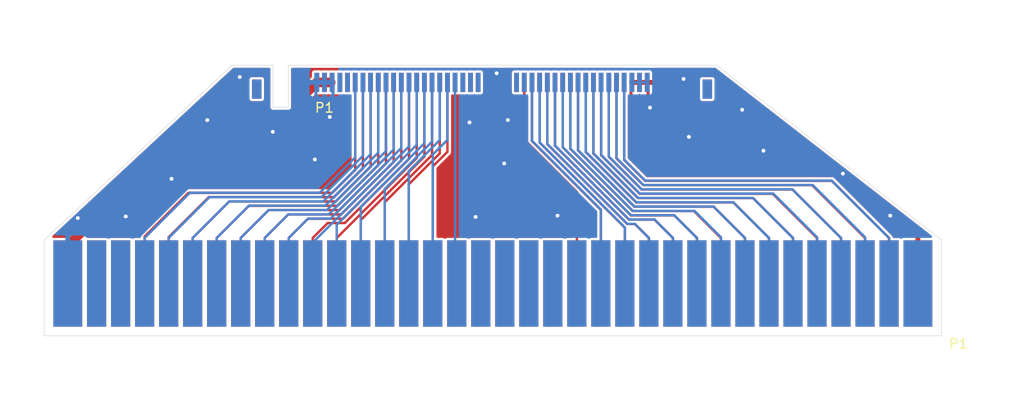
<source format=kicad_pcb>
(kicad_pcb (version 20171130) (host pcbnew "(5.1.10)-1")

  (general
    (thickness 1.6)
    (drawings 13)
    (tracks 271)
    (zones 0)
    (modules 2)
    (nets 87)
  )

  (page A4)
  (layers
    (0 F.Cu signal)
    (31 B.Cu signal)
    (32 B.Adhes user)
    (33 F.Adhes user)
    (34 B.Paste user)
    (35 F.Paste user)
    (36 B.SilkS user)
    (37 F.SilkS user)
    (38 B.Mask user)
    (39 F.Mask user)
    (40 Dwgs.User user)
    (41 Cmts.User user)
    (42 Eco1.User user)
    (43 Eco2.User user)
    (44 Edge.Cuts user)
    (45 Margin user)
    (46 B.CrtYd user)
    (47 F.CrtYd user)
    (48 B.Fab user)
    (49 F.Fab user)
  )

  (setup
    (last_trace_width 0.25)
    (user_trace_width 1)
    (user_trace_width 0.45)
    (user_trace_width 0.5)
    (user_trace_width 1.25)
    (user_trace_width 1.5)
    (trace_clearance 0.2)
    (zone_clearance 0.254)
    (zone_45_only no)
    (trace_min 0.2)
    (via_size 0.8)
    (via_drill 0.4)
    (via_min_size 0.4)
    (via_min_drill 0.3)
    (user_via 0.4 0.3)
    (uvia_size 0.3)
    (uvia_drill 0.1)
    (uvias_allowed no)
    (uvia_min_size 0.2)
    (uvia_min_drill 0.1)
    (edge_width 0.05)
    (segment_width 0.2)
    (pcb_text_width 0.3)
    (pcb_text_size 1.5 1.5)
    (mod_edge_width 0.12)
    (mod_text_size 1 1)
    (mod_text_width 0.15)
    (pad_size 3 9)
    (pad_drill 0)
    (pad_to_mask_clearance 0)
    (aux_axis_origin 0 0)
    (visible_elements 7FFFFFFF)
    (pcbplotparams
      (layerselection 0x3ffff_ffffffff)
      (usegerberextensions false)
      (usegerberattributes false)
      (usegerberadvancedattributes false)
      (creategerberjobfile false)
      (excludeedgelayer true)
      (linewidth 0.100000)
      (plotframeref false)
      (viasonmask false)
      (mode 1)
      (useauxorigin false)
      (hpglpennumber 1)
      (hpglpenspeed 20)
      (hpglpendiameter 15.000000)
      (psnegative false)
      (psa4output false)
      (plotreference true)
      (plotvalue true)
      (plotinvisibletext false)
      (padsonsilk false)
      (subtractmaskfromsilk false)
      (outputformat 1)
      (mirror false)
      (drillshape 0)
      (scaleselection 1)
      (outputdirectory "../Gerbers/"))
  )

  (net 0 "")
  (net 1 /CPU-A7)
  (net 2 /CPU-A9)
  (net 3 /~IRQ)
  (net 4 /CPU-R~W)
  (net 5 /GND)
  (net 6 /CPU-A6)
  (net 7 "Net-(P1-Pad16)")
  (net 8 /CPU-A0)
  (net 9 /CPU-A1)
  (net 10 /CPU-A3)
  (net 11 /CPU-A4)
  (net 12 /CPU-A8)
  (net 13 /CPU-A11)
  (net 14 /CPU-A5)
  (net 15 /CPU-A10)
  (net 16 /CPU-A2)
  (net 17 "Net-(P1-Pad19)")
  (net 18 /PPU-~RD)
  (net 19 /VRAM-A10)
  (net 20 "Net-(P1-Pad20)")
  (net 21 "Net-(P1-Pad18)")
  (net 22 "Net-(P1-Pad17)")
  (net 23 /VRAM-~CE)
  (net 24 /PPU-~WE)
  (net 25 "Net-(P1-Pad55)")
  (net 26 "Net-(P1-Pad54)")
  (net 27 "Net-(P1-Pad53)")
  (net 28 "Net-(P1-Pad52)")
  (net 29 "Net-(P1-Pad51)")
  (net 30 /~ROMSEL)
  (net 31 /CPU-D0)
  (net 32 /CPU-D1)
  (net 33 /CPU-D2)
  (net 34 /CPU-D3)
  (net 35 /CPU-D4)
  (net 36 /CPU-D5)
  (net 37 /CPU-D6)
  (net 38 /CPU-D7)
  (net 39 /CPU-A14)
  (net 40 /CPU-A13)
  (net 41 /CPU-A12)
  (net 42 /M2)
  (net 43 /PPU-~A13)
  (net 44 /PPU-A7)
  (net 45 /PPU-A8)
  (net 46 /PPU-A9)
  (net 47 /PPU-A11)
  (net 48 /PPU-A10)
  (net 49 /PPU-A12)
  (net 50 /PPU-A13)
  (net 51 /PPU-D7)
  (net 52 /PPU-D6)
  (net 53 /PPU-D5)
  (net 54 /PPU-D4)
  (net 55 "Net-(P1-Pad70)")
  (net 56 "Net-(P1-Pad71)")
  (net 57 /PPU-D2)
  (net 58 /PPU-A5)
  (net 59 /PPU-A0)
  (net 60 /PPU-A6)
  (net 61 /PPU-A3)
  (net 62 /PPU-D0)
  (net 63 /PPU-D1)
  (net 64 /PPU-D3)
  (net 65 "Net-(P1-Pad34)")
  (net 66 /VCC)
  (net 67 /PPU-A1)
  (net 68 "Net-(P1-Pad35)")
  (net 69 /PPU-A4)
  (net 70 /PPU-A2)
  (net 71 "Net-(P1-Pad37)")
  (net 72 /SYSTEM-CLK)
  (net 73 /CIC-TO-MB)
  (net 74 /CIC-TO-CART)
  (net 75 /CIC-CLK)
  (net 76 /CIC-RST)
  (net 77 /EXP-0)
  (net 78 /EXP-1)
  (net 79 /EXP-2)
  (net 80 /EXP-3)
  (net 81 /EXP-4)
  (net 82 /EXP-9)
  (net 83 /EXP-7)
  (net 84 /EXP-6)
  (net 85 /EXP-5)
  (net 86 /EXP-8)

  (net_class Default "This is the default net class."
    (clearance 0.2)
    (trace_width 0.25)
    (via_dia 0.8)
    (via_drill 0.4)
    (uvia_dia 0.3)
    (uvia_drill 0.1)
    (add_net /CIC-CLK)
    (add_net /CIC-RST)
    (add_net /CIC-TO-CART)
    (add_net /CIC-TO-MB)
    (add_net /CPU-A0)
    (add_net /CPU-A1)
    (add_net /CPU-A10)
    (add_net /CPU-A11)
    (add_net /CPU-A12)
    (add_net /CPU-A13)
    (add_net /CPU-A14)
    (add_net /CPU-A2)
    (add_net /CPU-A3)
    (add_net /CPU-A4)
    (add_net /CPU-A5)
    (add_net /CPU-A6)
    (add_net /CPU-A7)
    (add_net /CPU-A8)
    (add_net /CPU-A9)
    (add_net /CPU-D0)
    (add_net /CPU-D1)
    (add_net /CPU-D2)
    (add_net /CPU-D3)
    (add_net /CPU-D4)
    (add_net /CPU-D5)
    (add_net /CPU-D6)
    (add_net /CPU-D7)
    (add_net /CPU-R~W)
    (add_net /EXP-0)
    (add_net /EXP-1)
    (add_net /EXP-2)
    (add_net /EXP-3)
    (add_net /EXP-4)
    (add_net /EXP-5)
    (add_net /EXP-6)
    (add_net /EXP-7)
    (add_net /EXP-8)
    (add_net /EXP-9)
    (add_net /GND)
    (add_net /M2)
    (add_net /PPU-A0)
    (add_net /PPU-A1)
    (add_net /PPU-A10)
    (add_net /PPU-A11)
    (add_net /PPU-A12)
    (add_net /PPU-A13)
    (add_net /PPU-A2)
    (add_net /PPU-A3)
    (add_net /PPU-A4)
    (add_net /PPU-A5)
    (add_net /PPU-A6)
    (add_net /PPU-A7)
    (add_net /PPU-A8)
    (add_net /PPU-A9)
    (add_net /PPU-D0)
    (add_net /PPU-D1)
    (add_net /PPU-D2)
    (add_net /PPU-D3)
    (add_net /PPU-D4)
    (add_net /PPU-D5)
    (add_net /PPU-D6)
    (add_net /PPU-D7)
    (add_net /PPU-~A13)
    (add_net /PPU-~RD)
    (add_net /PPU-~WE)
    (add_net /SYSTEM-CLK)
    (add_net /VCC)
    (add_net /VRAM-A10)
    (add_net /VRAM-~CE)
    (add_net /~IRQ)
    (add_net /~ROMSEL)
    (add_net "Net-(P1-Pad16)")
    (add_net "Net-(P1-Pad17)")
    (add_net "Net-(P1-Pad18)")
    (add_net "Net-(P1-Pad19)")
    (add_net "Net-(P1-Pad20)")
    (add_net "Net-(P1-Pad34)")
    (add_net "Net-(P1-Pad35)")
    (add_net "Net-(P1-Pad37)")
    (add_net "Net-(P1-Pad51)")
    (add_net "Net-(P1-Pad52)")
    (add_net "Net-(P1-Pad53)")
    (add_net "Net-(P1-Pad54)")
    (add_net "Net-(P1-Pad55)")
    (add_net "Net-(P1-Pad70)")
    (add_net "Net-(P1-Pad71)")
  )

  (module NESRE:NES_Edge_Connector (layer F.Cu) (tedit 622121B8) (tstamp 5D999EE5)
    (at -33.645 110.705 180)
    (path /5D838060)
    (fp_text reference P1 (at -92.725 -6.275 180) (layer F.SilkS)
      (effects (font (size 1 1) (thickness 0.15)))
    )
    (fp_text value "72-Pin Connector" (at -92.525 -7.075 180) (layer F.Fab)
      (effects (font (size 1 1) (thickness 0.15)))
    )
    (pad 1 smd rect (at -88.5 0 180) (size 3 9) (layers F.Cu F.Paste F.Mask)
      (net 5 /GND))
    (pad 2 smd rect (at -85.5 0 180) (size 2 9) (layers F.Cu F.Paste F.Mask)
      (net 13 /CPU-A11))
    (pad 3 smd rect (at -83 0 180) (size 2 9) (layers F.Cu F.Paste F.Mask)
      (net 15 /CPU-A10))
    (pad 4 smd rect (at -80.5 0 180) (size 2 9) (layers F.Cu F.Paste F.Mask)
      (net 2 /CPU-A9))
    (pad 5 smd rect (at -78 0 180) (size 2 9) (layers F.Cu F.Paste F.Mask)
      (net 12 /CPU-A8))
    (pad 6 smd rect (at -75.5 0 180) (size 2 9) (layers F.Cu F.Paste F.Mask)
      (net 1 /CPU-A7))
    (pad 7 smd rect (at -73 0 180) (size 2 9) (layers F.Cu F.Paste F.Mask)
      (net 6 /CPU-A6))
    (pad 8 smd rect (at -70.5 0 180) (size 2 9) (layers F.Cu F.Paste F.Mask)
      (net 14 /CPU-A5))
    (pad 9 smd rect (at -68 0 180) (size 2 9) (layers F.Cu F.Paste F.Mask)
      (net 11 /CPU-A4))
    (pad 10 smd rect (at -65.5 0 180) (size 2 9) (layers F.Cu F.Paste F.Mask)
      (net 10 /CPU-A3))
    (pad 11 smd rect (at -63 0 180) (size 2 9) (layers F.Cu F.Paste F.Mask)
      (net 16 /CPU-A2))
    (pad 12 smd rect (at -60.5 0 180) (size 2 9) (layers F.Cu F.Paste F.Mask)
      (net 9 /CPU-A1))
    (pad 13 smd rect (at -58 0 180) (size 2 9) (layers F.Cu F.Paste F.Mask)
      (net 8 /CPU-A0))
    (pad 14 smd rect (at -55.5 0 180) (size 2 9) (layers F.Cu F.Paste F.Mask)
      (net 4 /CPU-R~W))
    (pad 15 smd rect (at -53 0 180) (size 2 9) (layers F.Cu F.Paste F.Mask)
      (net 3 /~IRQ))
    (pad 16 smd rect (at -50.5 0 180) (size 2 9) (layers F.Cu F.Paste F.Mask)
      (net 77 /EXP-0))
    (pad 17 smd rect (at -48 0 180) (size 2 9) (layers F.Cu F.Paste F.Mask)
      (net 78 /EXP-1))
    (pad 18 smd rect (at -45.5 0 180) (size 2 9) (layers F.Cu F.Paste F.Mask)
      (net 79 /EXP-2))
    (pad 19 smd rect (at -43 0 180) (size 2 9) (layers F.Cu F.Paste F.Mask)
      (net 80 /EXP-3))
    (pad 20 smd rect (at -40.5 0 180) (size 2 9) (layers F.Cu F.Paste F.Mask)
      (net 81 /EXP-4))
    (pad 21 smd rect (at -38 0 180) (size 2 9) (layers F.Cu F.Paste F.Mask)
      (net 18 /PPU-~RD))
    (pad 22 smd rect (at -35.5 0 180) (size 2 9) (layers F.Cu F.Paste F.Mask)
      (net 19 /VRAM-A10))
    (pad 23 smd rect (at -33 0 180) (size 2 9) (layers F.Cu F.Paste F.Mask)
      (net 60 /PPU-A6))
    (pad 24 smd rect (at -30.5 0 180) (size 2 9) (layers F.Cu F.Paste F.Mask)
      (net 58 /PPU-A5))
    (pad 25 smd rect (at -28 0 180) (size 2 9) (layers F.Cu F.Paste F.Mask)
      (net 69 /PPU-A4))
    (pad 26 smd rect (at -25.5 0 180) (size 2 9) (layers F.Cu F.Paste F.Mask)
      (net 61 /PPU-A3))
    (pad 27 smd rect (at -23 0 180) (size 2 9) (layers F.Cu F.Paste F.Mask)
      (net 70 /PPU-A2))
    (pad 28 smd rect (at -20.5 0 180) (size 2 9) (layers F.Cu F.Paste F.Mask)
      (net 67 /PPU-A1))
    (pad 29 smd rect (at -18 0 180) (size 2 9) (layers F.Cu F.Paste F.Mask)
      (net 59 /PPU-A0))
    (pad 30 smd rect (at -15.5 0 180) (size 2 9) (layers F.Cu F.Paste F.Mask)
      (net 62 /PPU-D0))
    (pad 31 smd rect (at -13 0 180) (size 2 9) (layers F.Cu F.Paste F.Mask)
      (net 63 /PPU-D1))
    (pad 32 smd rect (at -10.5 0 180) (size 2 9) (layers F.Cu F.Paste F.Mask)
      (net 57 /PPU-D2))
    (pad 33 smd rect (at -8 0 180) (size 2 9) (layers F.Cu F.Paste F.Mask)
      (net 64 /PPU-D3))
    (pad 34 smd rect (at -5.5 0 180) (size 2 9) (layers F.Cu F.Paste F.Mask)
      (net 74 /CIC-TO-CART))
    (pad 35 smd rect (at -3 0 180) (size 2 9) (layers F.Cu F.Paste F.Mask)
      (net 73 /CIC-TO-MB))
    (pad 36 smd rect (at 0 0 180) (size 3 9) (layers F.Cu F.Paste F.Mask)
      (net 66 /VCC))
    (pad 64 smd rect (at -20.5 0 180) (size 2 9) (layers B.Cu B.Paste B.Mask)
      (net 49 /PPU-A12))
    (pad 65 smd rect (at -18 0 180) (size 2 9) (layers B.Cu B.Paste B.Mask)
      (net 50 /PPU-A13))
    (pad 66 smd rect (at -15.5 0 180) (size 2 9) (layers B.Cu B.Paste B.Mask)
      (net 51 /PPU-D7))
    (pad 67 smd rect (at -13 0 180) (size 2 9) (layers B.Cu B.Paste B.Mask)
      (net 52 /PPU-D6))
    (pad 63 smd rect (at -23 0 180) (size 2 9) (layers B.Cu B.Paste B.Mask)
      (net 48 /PPU-A10))
    (pad 58 smd rect (at -35.5 0 180) (size 2 9) (layers B.Cu B.Paste B.Mask)
      (net 43 /PPU-~A13))
    (pad 60 smd rect (at -30.5 0 180) (size 2 9) (layers B.Cu B.Paste B.Mask)
      (net 45 /PPU-A8))
    (pad 59 smd rect (at -33 0 180) (size 2 9) (layers B.Cu B.Paste B.Mask)
      (net 44 /PPU-A7))
    (pad 61 smd rect (at -28 0 180) (size 2 9) (layers B.Cu B.Paste B.Mask)
      (net 46 /PPU-A9))
    (pad 62 smd rect (at -25.5 0 180) (size 2 9) (layers B.Cu B.Paste B.Mask)
      (net 47 /PPU-A11))
    (pad 37 smd rect (at -88.5 0 180) (size 3 9) (layers B.Cu B.Paste B.Mask)
      (net 72 /SYSTEM-CLK))
    (pad 38 smd rect (at -85.5 0 180) (size 2 9) (layers B.Cu B.Paste B.Mask)
      (net 42 /M2))
    (pad 39 smd rect (at -83 0 180) (size 2 9) (layers B.Cu B.Paste B.Mask)
      (net 41 /CPU-A12))
    (pad 40 smd rect (at -80.5 0 180) (size 2 9) (layers B.Cu B.Paste B.Mask)
      (net 40 /CPU-A13))
    (pad 53 smd rect (at -48 0 180) (size 2 9) (layers B.Cu B.Paste B.Mask)
      (net 83 /EXP-7))
    (pad 51 smd rect (at -53 0 180) (size 2 9) (layers B.Cu B.Paste B.Mask)
      (net 82 /EXP-9))
    (pad 52 smd rect (at -50.5 0 180) (size 2 9) (layers B.Cu B.Paste B.Mask)
      (net 86 /EXP-8))
    (pad 42 smd rect (at -75.5 0 180) (size 2 9) (layers B.Cu B.Paste B.Mask)
      (net 38 /CPU-D7))
    (pad 47 smd rect (at -63 0 180) (size 2 9) (layers B.Cu B.Paste B.Mask)
      (net 33 /CPU-D2))
    (pad 56 smd rect (at -40.5 0 180) (size 2 9) (layers B.Cu B.Paste B.Mask)
      (net 24 /PPU-~WE))
    (pad 43 smd rect (at -73 0 180) (size 2 9) (layers B.Cu B.Paste B.Mask)
      (net 37 /CPU-D6))
    (pad 45 smd rect (at -68 0 180) (size 2 9) (layers B.Cu B.Paste B.Mask)
      (net 35 /CPU-D4))
    (pad 50 smd rect (at -55.5 0 180) (size 2 9) (layers B.Cu B.Paste B.Mask)
      (net 30 /~ROMSEL))
    (pad 46 smd rect (at -65.5 0 180) (size 2 9) (layers B.Cu B.Paste B.Mask)
      (net 34 /CPU-D3))
    (pad 49 smd rect (at -58 0 180) (size 2 9) (layers B.Cu B.Paste B.Mask)
      (net 31 /CPU-D0))
    (pad 55 smd rect (at -43 0 180) (size 2 9) (layers B.Cu B.Paste B.Mask)
      (net 85 /EXP-5))
    (pad 48 smd rect (at -60.5 0 180) (size 2 9) (layers B.Cu B.Paste B.Mask)
      (net 32 /CPU-D1))
    (pad 44 smd rect (at -70.5 0 180) (size 2 9) (layers B.Cu B.Paste B.Mask)
      (net 36 /CPU-D5))
    (pad 41 smd rect (at -78 0 180) (size 2 9) (layers B.Cu B.Paste B.Mask)
      (net 39 /CPU-A14))
    (pad 54 smd rect (at -45.5 0 180) (size 2 9) (layers B.Cu B.Paste B.Mask)
      (net 84 /EXP-6))
    (pad 57 smd rect (at -38 0 180) (size 2 9) (layers B.Cu B.Paste B.Mask)
      (net 23 /VRAM-~CE))
    (pad 68 smd rect (at -10.5 0 180) (size 2 9) (layers B.Cu B.Paste B.Mask)
      (net 53 /PPU-D5))
    (pad 69 smd rect (at -8 0 180) (size 2 9) (layers B.Cu B.Paste B.Mask)
      (net 54 /PPU-D4))
    (pad 70 smd rect (at -5.5 0 180) (size 2 9) (layers B.Cu B.Paste B.Mask)
      (net 76 /CIC-RST))
    (pad 71 smd rect (at -3 0 180) (size 2 9) (layers B.Cu B.Paste B.Mask)
      (net 75 /CIC-CLK))
    (pad 72 smd rect (at 0 0 180) (size 3 9) (layers B.Cu B.Paste B.Mask)
      (net 5 /GND))
  )

  (module "TinyTendo:Cart Slot" (layer F.Cu) (tedit 613A8A98) (tstamp 613B4431)
    (at -7.72 89.74)
    (path /5D838060)
    (fp_text reference P1 (at 0.79 2.64) (layer F.SilkS)
      (effects (font (size 1 1) (thickness 0.15)))
    )
    (fp_text value "72-Pin Connector" (at 0 -2.3) (layer F.Fab)
      (effects (font (size 1 1) (thickness 0.15)))
    )
    (pad 51 smd rect (at 21.6 0) (size 0.5 2) (layers B.Cu B.Paste B.Mask)
      (net 29 "Net-(P1-Pad51)"))
    (pad 47 smd rect (at 24.8 0) (size 0.5 2) (layers B.Cu B.Paste B.Mask)
      (net 33 /CPU-D2))
    (pad 49 smd rect (at 23.2 0) (size 0.5 2) (layers B.Cu B.Paste B.Mask)
      (net 31 /CPU-D0))
    (pad 37 smd rect (at 33.6 0) (size 0.5 2) (layers B.Cu B.Paste B.Mask)
      (net 71 "Net-(P1-Pad37)"))
    (pad 48 smd rect (at 24 0) (size 0.5 2) (layers B.Cu B.Paste B.Mask)
      (net 32 /CPU-D1))
    (pad 50 smd rect (at 22.4 0) (size 0.5 2) (layers B.Cu B.Paste B.Mask)
      (net 30 /~ROMSEL))
    (pad 52 smd rect (at 20.8 0) (size 0.5 2) (layers B.Cu B.Paste B.Mask)
      (net 28 "Net-(P1-Pad52)"))
    (pad 39 smd rect (at 31.2 0) (size 0.5 2) (layers B.Cu B.Paste B.Mask)
      (net 41 /CPU-A12))
    (pad 41 smd rect (at 29.6 0) (size 0.5 2) (layers B.Cu B.Paste B.Mask)
      (net 39 /CPU-A14))
    (pad 46 smd rect (at 25.6 0) (size 0.5 2) (layers B.Cu B.Paste B.Mask)
      (net 34 /CPU-D3))
    (pad 44 smd rect (at 27.2 0) (size 0.5 2) (layers B.Cu B.Paste B.Mask)
      (net 36 /CPU-D5))
    (pad 38 smd rect (at 32 0) (size 0.5 2) (layers B.Cu B.Paste B.Mask)
      (net 42 /M2))
    (pad 45 smd rect (at 26.4 0) (size 0.5 2) (layers B.Cu B.Paste B.Mask)
      (net 35 /CPU-D4))
    (pad 43 smd rect (at 28 0) (size 0.5 2) (layers B.Cu B.Paste B.Mask)
      (net 37 /CPU-D6))
    (pad 42 smd rect (at 28.8 0) (size 0.5 2) (layers B.Cu B.Paste B.Mask)
      (net 38 /CPU-D7))
    (pad 40 smd rect (at 30.4 0) (size 0.5 2) (layers B.Cu B.Paste B.Mask)
      (net 40 /CPU-A13))
    (pad 72 smd rect (at 1.6 0) (size 0.5 2) (layers B.Cu B.Paste B.Mask)
      (net 5 /GND))
    (pad 71 smd rect (at 2.4 0) (size 0.5 2) (layers B.Cu B.Paste B.Mask)
      (net 56 "Net-(P1-Pad71)"))
    (pad 37 smd rect (at 32.8 0) (size 0.5 2) (layers B.Cu B.Paste B.Mask)
      (net 71 "Net-(P1-Pad37)"))
    (pad 72 smd rect (at 0.8 0) (size 0.5 2) (layers B.Cu B.Paste B.Mask)
      (net 5 /GND))
    (pad 72 smd rect (at 0 0) (size 0.5 2) (layers B.Cu B.Paste B.Mask)
      (net 5 /GND))
    (pad 61 smd rect (at 10.4 0) (size 0.5 2) (layers B.Cu B.Paste B.Mask)
      (net 46 /PPU-A9))
    (pad 57 smd rect (at 13.6 0) (size 0.5 2) (layers B.Cu B.Paste B.Mask)
      (net 23 /VRAM-~CE))
    (pad 65 smd rect (at 7.2 0) (size 0.5 2) (layers B.Cu B.Paste B.Mask)
      (net 50 /PPU-A13))
    (pad 64 smd rect (at 8 0) (size 0.5 2) (layers B.Cu B.Paste B.Mask)
      (net 49 /PPU-A12))
    (pad 53 smd rect (at 16.8 0) (size 0.5 2) (layers B.Cu B.Paste B.Mask)
      (net 27 "Net-(P1-Pad53)"))
    (pad 55 smd rect (at 15.2 0) (size 0.5 2) (layers B.Cu B.Paste B.Mask)
      (net 25 "Net-(P1-Pad55)"))
    (pad 70 smd rect (at 3.2 0) (size 0.5 2) (layers B.Cu B.Paste B.Mask)
      (net 55 "Net-(P1-Pad70)"))
    (pad 69 smd rect (at 4 0) (size 0.5 2) (layers B.Cu B.Paste B.Mask)
      (net 54 /PPU-D4))
    (pad 68 smd rect (at 4.8 0) (size 0.5 2) (layers B.Cu B.Paste B.Mask)
      (net 53 /PPU-D5))
    (pad 62 smd rect (at 9.6 0) (size 0.5 2) (layers B.Cu B.Paste B.Mask)
      (net 47 /PPU-A11))
    (pad 67 smd rect (at 5.6 0) (size 0.5 2) (layers B.Cu B.Paste B.Mask)
      (net 52 /PPU-D6))
    (pad 66 smd rect (at 6.4 0) (size 0.5 2) (layers B.Cu B.Paste B.Mask)
      (net 51 /PPU-D7))
    (pad 63 smd rect (at 8.8 0) (size 0.5 2) (layers B.Cu B.Paste B.Mask)
      (net 48 /PPU-A10))
    (pad 60 smd rect (at 11.2 0) (size 0.5 2) (layers B.Cu B.Paste B.Mask)
      (net 45 /PPU-A8))
    (pad 59 smd rect (at 12 0) (size 0.5 2) (layers B.Cu B.Paste B.Mask)
      (net 44 /PPU-A7))
    (pad 56 smd rect (at 14.4 0) (size 0.5 2) (layers B.Cu B.Paste B.Mask)
      (net 24 /PPU-~WE))
    (pad 54 smd rect (at 16 0) (size 0.5 2) (layers B.Cu B.Paste B.Mask)
      (net 26 "Net-(P1-Pad54)"))
    (pad 58 smd rect (at 12.8 0) (size 0.5 2) (layers B.Cu B.Paste B.Mask)
      (net 43 /PPU-~A13))
    (pad 37 smd rect (at 34.4 0) (size 0.5 2) (layers B.Cu B.Paste B.Mask)
      (net 71 "Net-(P1-Pad37)"))
    (pad 16 smd rect (at 20.8 0) (size 0.5 2) (layers F.Cu F.Paste F.Mask)
      (net 7 "Net-(P1-Pad16)"))
    (pad 15 smd rect (at 21.6 0) (size 0.5 2) (layers F.Cu F.Paste F.Mask)
      (net 3 /~IRQ))
    (pad 14 smd rect (at 22.4 0) (size 0.5 2) (layers F.Cu F.Paste F.Mask)
      (net 4 /CPU-R~W))
    (pad 13 smd rect (at 23.2 0) (size 0.5 2) (layers F.Cu F.Paste F.Mask)
      (net 8 /CPU-A0))
    (pad 12 smd rect (at 24 0) (size 0.5 2) (layers F.Cu F.Paste F.Mask)
      (net 9 /CPU-A1))
    (pad 11 smd rect (at 24.8 0) (size 0.5 2) (layers F.Cu F.Paste F.Mask)
      (net 16 /CPU-A2))
    (pad 10 smd rect (at 25.6 0) (size 0.5 2) (layers F.Cu F.Paste F.Mask)
      (net 10 /CPU-A3))
    (pad 9 smd rect (at 26.4 0) (size 0.5 2) (layers F.Cu F.Paste F.Mask)
      (net 11 /CPU-A4))
    (pad 8 smd rect (at 27.2 0) (size 0.5 2) (layers F.Cu F.Paste F.Mask)
      (net 14 /CPU-A5))
    (pad 7 smd rect (at 28 0) (size 0.5 2) (layers F.Cu F.Paste F.Mask)
      (net 6 /CPU-A6))
    (pad 6 smd rect (at 28.8 0) (size 0.5 2) (layers F.Cu F.Paste F.Mask)
      (net 1 /CPU-A7))
    (pad 5 smd rect (at 29.6 0) (size 0.5 2) (layers F.Cu F.Paste F.Mask)
      (net 12 /CPU-A8))
    (pad 4 smd rect (at 30.4 0) (size 0.5 2) (layers F.Cu F.Paste F.Mask)
      (net 2 /CPU-A9))
    (pad 3 smd rect (at 31.2 0) (size 0.5 2) (layers F.Cu F.Paste F.Mask)
      (net 15 /CPU-A10))
    (pad 2 smd rect (at 32 0) (size 0.5 2) (layers F.Cu F.Paste F.Mask)
      (net 13 /CPU-A11))
    (pad 1 smd rect (at 32.8 0) (size 0.5 2) (layers F.Cu F.Paste F.Mask)
      (net 5 /GND))
    (pad 1 smd rect (at 33.6 0) (size 0.5 2) (layers F.Cu F.Paste F.Mask)
      (net 5 /GND))
    (pad 36 smd rect (at 0 0) (size 0.5 2) (layers F.Cu F.Paste F.Mask)
      (net 66 /VCC))
    (pad 36 smd rect (at 0.8 0) (size 0.5 2) (layers F.Cu F.Paste F.Mask)
      (net 66 /VCC))
    (pad 36 smd rect (at 1.6 0) (size 0.5 2) (layers F.Cu F.Paste F.Mask)
      (net 66 /VCC))
    (pad 35 smd rect (at 2.4 0) (size 0.5 2) (layers F.Cu F.Paste F.Mask)
      (net 68 "Net-(P1-Pad35)"))
    (pad 34 smd rect (at 3.2 0) (size 0.5 2) (layers F.Cu F.Paste F.Mask)
      (net 65 "Net-(P1-Pad34)"))
    (pad 33 smd rect (at 4 0) (size 0.5 2) (layers F.Cu F.Paste F.Mask)
      (net 64 /PPU-D3))
    (pad 32 smd rect (at 4.8 0) (size 0.5 2) (layers F.Cu F.Paste F.Mask)
      (net 57 /PPU-D2))
    (pad 31 smd rect (at 5.6 0) (size 0.5 2) (layers F.Cu F.Paste F.Mask)
      (net 63 /PPU-D1))
    (pad 30 smd rect (at 6.4 0) (size 0.5 2) (layers F.Cu F.Paste F.Mask)
      (net 62 /PPU-D0))
    (pad 29 smd rect (at 7.2 0) (size 0.5 2) (layers F.Cu F.Paste F.Mask)
      (net 59 /PPU-A0))
    (pad 28 smd rect (at 8 0) (size 0.5 2) (layers F.Cu F.Paste F.Mask)
      (net 67 /PPU-A1))
    (pad 27 smd rect (at 8.8 0) (size 0.5 2) (layers F.Cu F.Paste F.Mask)
      (net 70 /PPU-A2))
    (pad 26 smd rect (at 9.6 0) (size 0.5 2) (layers F.Cu F.Paste F.Mask)
      (net 61 /PPU-A3))
    (pad 25 smd rect (at 10.4 0) (size 0.5 2) (layers F.Cu F.Paste F.Mask)
      (net 69 /PPU-A4))
    (pad 24 smd rect (at 11.2 0) (size 0.5 2) (layers F.Cu F.Paste F.Mask)
      (net 58 /PPU-A5))
    (pad 23 smd rect (at 12 0) (size 0.5 2) (layers F.Cu F.Paste F.Mask)
      (net 60 /PPU-A6))
    (pad 22 smd rect (at 12.8 0) (size 0.5 2) (layers F.Cu F.Paste F.Mask)
      (net 19 /VRAM-A10))
    (pad 21 smd rect (at 13.6 0) (size 0.5 2) (layers F.Cu F.Paste F.Mask)
      (net 18 /PPU-~RD))
    (pad 20 smd rect (at 14.4 0) (size 0.5 2) (layers F.Cu F.Paste F.Mask)
      (net 20 "Net-(P1-Pad20)"))
    (pad 19 smd rect (at 15.2 0) (size 0.5 2) (layers F.Cu F.Paste F.Mask)
      (net 17 "Net-(P1-Pad19)"))
    (pad 18 smd rect (at 16 0) (size 0.5 2) (layers F.Cu F.Paste F.Mask)
      (net 21 "Net-(P1-Pad18)"))
    (pad 17 smd rect (at 16.8 0) (size 0.5 2) (layers F.Cu F.Paste F.Mask)
      (net 22 "Net-(P1-Pad17)"))
    (pad 73 connect rect (at 40.65 0.7) (size 1 2) (layers F.Cu F.Mask))
    (pad 73 connect rect (at -6.25 0.7) (size 1 2) (layers F.Cu F.Mask))
    (pad 1 smd rect (at 34.4 0) (size 0.5 2) (layers F.Cu F.Paste F.Mask)
      (net 5 /GND))
    (pad 73 connect rect (at -6.25 0.7 180) (size 1 2) (layers B.Cu B.Mask))
    (pad 73 connect rect (at 40.65 0.7 180) (size 1 2) (layers B.Cu B.Mask))
    (model C:/Users/Redherring32/Downloads/PARTserver22021081723050100449065d0b6156e/HSEC8-140-01-S-D-EM2.stp
      (offset (xyz 17.2 5 -0.85))
      (scale (xyz 1 1 1))
      (rotate (xyz 0 0 0))
    )
  )

  (gr_line (start -16.52 87.94) (end -36.095 106.155) (layer Edge.Cuts) (width 0.05) (tstamp 622192C7))
  (gr_line (start 33.88 87.94) (end 57.305 106.155) (layer Edge.Cuts) (width 0.05) (tstamp 622192C6))
  (gr_line (start 28.03 87.94) (end 29.63 87.94) (layer Edge.Cuts) (width 0.05) (tstamp 613B8EC7))
  (gr_line (start 28.03 87.94) (end -10.67 87.94) (layer Edge.Cuts) (width 0.05) (tstamp 613B38F4))
  (gr_line (start 33.88 87.94) (end 29.63 87.94) (layer Edge.Cuts) (width 0.05) (tstamp 613B38B7))
  (gr_line (start -16.52 87.94) (end -12.27 87.94) (layer Edge.Cuts) (width 0.05) (tstamp 613B38B2))
  (gr_line (start -10.67 92.314) (end -10.67 87.94) (layer Edge.Cuts) (width 0.05))
  (gr_line (start -12.27 92.315) (end -10.67 92.314) (layer Edge.Cuts) (width 0.05))
  (gr_line (start -12.27 92.31) (end -12.27 92.315) (layer Edge.Cuts) (width 0.05))
  (gr_line (start -12.27 87.94) (end -12.27 92.31) (layer Edge.Cuts) (width 0.05))
  (gr_line (start -36.095 116.155) (end 57.305 116.155) (layer Edge.Cuts) (width 0.05) (tstamp 5D50BA84))
  (gr_line (start 57.305 116.155) (end 57.305 106.155) (layer Edge.Cuts) (width 0.05) (tstamp 5D50BA99))
  (gr_line (start -36.095 116.155) (end -36.095 106.155) (layer Edge.Cuts) (width 0.05) (tstamp 5D50BA4B))

  (segment (start 41.855 110.705) (end 41.855 105.955) (width 0.25) (layer F.Cu) (net 1))
  (segment (start 37.69998 101.79998) (end 25.717678 101.79998) (width 0.25) (layer F.Cu) (net 1))
  (segment (start 21.08 97.162302) (end 21.08 89.74) (width 0.25) (layer F.Cu) (net 1))
  (segment (start 25.717678 101.79998) (end 21.08 97.162302) (width 0.25) (layer F.Cu) (net 1))
  (segment (start 41.855 105.955) (end 37.69998 101.79998) (width 0.25) (layer F.Cu) (net 1))
  (segment (start 46.855 105.955) (end 41.799959 100.899959) (width 0.25) (layer F.Cu) (net 2))
  (segment (start 46.855 110.705) (end 46.855 105.955) (width 0.25) (layer F.Cu) (net 2))
  (segment (start 41.799959 100.899959) (end 26.090478 100.899959) (width 0.25) (layer F.Cu) (net 2))
  (segment (start 22.68 97.489481) (end 22.68 89.74) (width 0.25) (layer F.Cu) (net 2))
  (segment (start 26.090478 100.899959) (end 22.68 97.489481) (width 0.25) (layer F.Cu) (net 2))
  (segment (start 19.355 110.705) (end 19.355 101.165) (width 0.25) (layer F.Cu) (net 3))
  (segment (start 19.355 101.165) (end 13.88 95.69) (width 0.25) (layer F.Cu) (net 3))
  (segment (start 13.88 95.69) (end 13.88 90.99) (width 0.25) (layer F.Cu) (net 3))
  (segment (start 13.88 90.99) (end 13.88 89.74) (width 0.25) (layer F.Cu) (net 3))
  (segment (start 21.855 110.705) (end 21.855 103.02859) (width 0.25) (layer F.Cu) (net 4))
  (segment (start 21.855 103.02859) (end 14.68 95.85359) (width 0.25) (layer F.Cu) (net 4))
  (segment (start 14.68 95.85359) (end 14.68 89.74) (width 0.25) (layer F.Cu) (net 4))
  (via (at 26.97 92.37) (size 0.8) (drill 0.4) (layers F.Cu B.Cu) (net 5))
  (via (at 31.02 95.42) (size 0.8) (drill 0.4) (layers F.Cu B.Cu) (net 5))
  (via (at 38.78 96.86) (size 0.8) (drill 0.4) (layers F.Cu B.Cu) (net 5))
  (via (at 47.05 99.25) (size 0.8) (drill 0.4) (layers F.Cu B.Cu) (net 5))
  (via (at 51.98 103.63) (size 0.8) (drill 0.4) (layers F.Cu B.Cu) (net 5))
  (via (at 36.56 92.59) (size 0.8) (drill 0.4) (layers F.Cu B.Cu) (net 5))
  (via (at 30.46 89.38) (size 0.8) (drill 0.4) (layers F.Cu B.Cu) (net 5))
  (via (at 17.34 103.63) (size 0.8) (drill 0.4) (layers F.Cu B.Cu) (net 5))
  (via (at 8.81 103.76) (size 0.8) (drill 0.4) (layers F.Cu B.Cu) (net 5))
  (via (at 11.79 98.19) (size 0.8) (drill 0.4) (layers F.Cu B.Cu) (net 5))
  (via (at 8.18 93.91) (size 0.8) (drill 0.4) (layers F.Cu B.Cu) (net 5))
  (via (at 12.17 93.66) (size 0.8) (drill 0.4) (layers F.Cu B.Cu) (net 5))
  (via (at 11 88.79) (size 0.8) (drill 0.4) (layers F.Cu B.Cu) (net 5))
  (via (at -15.74 89.18) (size 0.8) (drill 0.4) (layers F.Cu B.Cu) (net 5))
  (via (at -32.6 103.88) (size 0.8) (drill 0.4) (layers F.Cu B.Cu) (net 5))
  (via (at -27.61 103.71) (size 0.8) (drill 0.4) (layers F.Cu B.Cu) (net 5))
  (via (at -22.84 99.79) (size 0.8) (drill 0.4) (layers F.Cu B.Cu) (net 5))
  (via (at -7.92 97.77) (size 0.8) (drill 0.4) (layers F.Cu B.Cu) (net 5))
  (via (at -6.37 93.34) (size 0.8) (drill 0.4) (layers F.Cu B.Cu) (net 5))
  (via (at -19.12 93.67) (size 0.8) (drill 0.4) (layers F.Cu B.Cu) (net 5))
  (via (at -12.3 94.89) (size 0.8) (drill 0.4) (layers F.Cu B.Cu) (net 5))
  (segment (start 39.355 105.955) (end 35.649991 102.249991) (width 0.25) (layer F.Cu) (net 6))
  (segment (start 20.28 96.998713) (end 20.28 89.74) (width 0.25) (layer F.Cu) (net 6))
  (segment (start 25.531278 102.249991) (end 20.28 96.998713) (width 0.25) (layer F.Cu) (net 6))
  (segment (start 35.649991 102.249991) (end 25.531278 102.249991) (width 0.25) (layer F.Cu) (net 6))
  (segment (start 39.355 110.705) (end 39.355 105.955) (width 0.25) (layer F.Cu) (net 6))
  (segment (start 24.355 110.705) (end 24.355 104.892179) (width 0.25) (layer F.Cu) (net 8))
  (segment (start 24.355 104.892179) (end 15.48 96.017179) (width 0.25) (layer F.Cu) (net 8))
  (segment (start 15.48 96.017179) (end 15.48 89.74) (width 0.25) (layer F.Cu) (net 8))
  (segment (start 26.855 105.955) (end 25.400046 104.500046) (width 0.25) (layer F.Cu) (net 9))
  (segment (start 25.400046 104.500046) (end 24.599278 104.500046) (width 0.25) (layer F.Cu) (net 9))
  (segment (start 16.28 96.180768) (end 16.28 89.74) (width 0.25) (layer F.Cu) (net 9))
  (segment (start 26.855 110.705) (end 26.855 105.955) (width 0.25) (layer F.Cu) (net 9))
  (segment (start 24.599278 104.500046) (end 16.28 96.180768) (width 0.25) (layer F.Cu) (net 9))
  (segment (start 29.500024 103.600024) (end 24.972078 103.600024) (width 0.25) (layer F.Cu) (net 10))
  (segment (start 31.855 105.955) (end 29.500024 103.600024) (width 0.25) (layer F.Cu) (net 10))
  (segment (start 24.972078 103.600024) (end 17.88 96.507946) (width 0.25) (layer F.Cu) (net 10))
  (segment (start 17.88 96.507946) (end 17.88 89.74) (width 0.25) (layer F.Cu) (net 10))
  (segment (start 31.855 110.705) (end 31.855 105.955) (width 0.25) (layer F.Cu) (net 10))
  (segment (start 18.68 96.671535) (end 18.68 89.74) (width 0.25) (layer F.Cu) (net 11))
  (segment (start 31.550013 103.150013) (end 25.158478 103.150013) (width 0.25) (layer F.Cu) (net 11))
  (segment (start 34.355 110.705) (end 34.355 105.955) (width 0.25) (layer F.Cu) (net 11))
  (segment (start 25.158478 103.150013) (end 18.68 96.671535) (width 0.25) (layer F.Cu) (net 11))
  (segment (start 34.355 105.955) (end 31.550013 103.150013) (width 0.25) (layer F.Cu) (net 11))
  (segment (start 39.749969 101.349969) (end 25.904078 101.349969) (width 0.25) (layer F.Cu) (net 12))
  (segment (start 44.355 105.955) (end 39.749969 101.349969) (width 0.25) (layer F.Cu) (net 12))
  (segment (start 25.904078 101.349969) (end 21.88 97.325891) (width 0.25) (layer F.Cu) (net 12))
  (segment (start 21.88 97.325891) (end 21.88 90.99) (width 0.25) (layer F.Cu) (net 12))
  (segment (start 44.355 110.705) (end 44.355 105.955) (width 0.25) (layer F.Cu) (net 12))
  (segment (start 21.88 90.99) (end 21.88 89.74) (width 0.25) (layer F.Cu) (net 12))
  (segment (start 51.855 105.955) (end 45.899939 99.999939) (width 0.25) (layer F.Cu) (net 13))
  (segment (start 51.855 110.705) (end 51.855 105.955) (width 0.25) (layer F.Cu) (net 13))
  (segment (start 45.899939 99.999939) (end 26.463278 99.999939) (width 0.25) (layer F.Cu) (net 13))
  (segment (start 24.28 97.816661) (end 24.28 89.74) (width 0.25) (layer F.Cu) (net 13))
  (segment (start 26.463278 99.999939) (end 24.28 97.816661) (width 0.25) (layer F.Cu) (net 13))
  (segment (start 36.855 110.705) (end 36.855 105.955) (width 0.25) (layer F.Cu) (net 14))
  (segment (start 36.855 105.955) (end 33.600002 102.700002) (width 0.25) (layer F.Cu) (net 14))
  (segment (start 25.344878 102.700002) (end 19.48 96.835124) (width 0.25) (layer F.Cu) (net 14))
  (segment (start 19.48 96.835124) (end 19.48 89.74) (width 0.25) (layer F.Cu) (net 14))
  (segment (start 33.600002 102.700002) (end 25.344878 102.700002) (width 0.25) (layer F.Cu) (net 14))
  (segment (start 49.355 105.955) (end 43.849949 100.449949) (width 0.25) (layer F.Cu) (net 15))
  (segment (start 49.355 110.705) (end 49.355 105.955) (width 0.25) (layer F.Cu) (net 15))
  (segment (start 43.849949 100.449949) (end 26.276878 100.449949) (width 0.25) (layer F.Cu) (net 15))
  (segment (start 23.48 97.653071) (end 23.48 89.74) (width 0.25) (layer F.Cu) (net 15))
  (segment (start 26.276878 100.449949) (end 23.48 97.653071) (width 0.25) (layer F.Cu) (net 15))
  (segment (start 29.355 110.705) (end 29.355 105.955) (width 0.25) (layer F.Cu) (net 16))
  (segment (start 29.355 105.955) (end 27.450035 104.050035) (width 0.25) (layer F.Cu) (net 16))
  (segment (start 27.450035 104.050035) (end 24.785678 104.050035) (width 0.25) (layer F.Cu) (net 16))
  (segment (start 24.785678 104.050035) (end 17.08 96.344357) (width 0.25) (layer F.Cu) (net 16))
  (segment (start 17.08 96.344357) (end 17.08 89.74) (width 0.25) (layer F.Cu) (net 16))
  (segment (start 5.88 96.97564) (end 5.88 89.74) (width 0.25) (layer F.Cu) (net 18))
  (segment (start 4.355 98.50064) (end 5.88 96.97564) (width 0.25) (layer F.Cu) (net 18))
  (segment (start 4.355 110.705) (end 4.355 98.50064) (width 0.25) (layer F.Cu) (net 18))
  (segment (start 5.08 97.13923) (end 5.08 89.74) (width 0.25) (layer F.Cu) (net 19))
  (segment (start 1.855 100.36423) (end 5.08 97.13923) (width 0.25) (layer F.Cu) (net 19))
  (segment (start 1.855 110.705) (end 1.855 100.36423) (width 0.25) (layer F.Cu) (net 19))
  (segment (start 5.88 95.73) (end 5.88 89.74) (width 0.25) (layer B.Cu) (net 23))
  (segment (start 4.355 97.255) (end 5.88 95.73) (width 0.25) (layer B.Cu) (net 23))
  (segment (start 4.355 110.705) (end 4.355 97.255) (width 0.25) (layer B.Cu) (net 23))
  (segment (start 6.68 106.75) (end 6.68 89.74) (width 0.25) (layer B.Cu) (net 24))
  (segment (start 6.855 107.105) (end 6.59 106.84) (width 0.25) (layer B.Cu) (net 24))
  (segment (start 6.59 106.84) (end 6.68 106.75) (width 0.25) (layer B.Cu) (net 24))
  (segment (start 6.855 110.705) (end 6.855 107.105) (width 0.25) (layer B.Cu) (net 24))
  (segment (start 14.68 95.82692) (end 14.68 89.74) (width 0.25) (layer B.Cu) (net 30))
  (segment (start 21.855 103.00192) (end 14.68 95.82692) (width 0.25) (layer B.Cu) (net 30))
  (segment (start 21.855 110.705) (end 21.855 103.00192) (width 0.25) (layer B.Cu) (net 30))
  (segment (start 15.48 95.99051) (end 15.48 89.74) (width 0.25) (layer B.Cu) (net 31))
  (segment (start 24.355 104.86551) (end 15.48 95.99051) (width 0.25) (layer B.Cu) (net 31))
  (segment (start 24.355 110.705) (end 24.355 104.86551) (width 0.25) (layer B.Cu) (net 31))
  (segment (start 25.380097 104.480097) (end 24.605997 104.480097) (width 0.25) (layer B.Cu) (net 32))
  (segment (start 26.855 105.955) (end 25.380097 104.480097) (width 0.25) (layer B.Cu) (net 32))
  (segment (start 26.855 110.705) (end 26.855 105.955) (width 0.25) (layer B.Cu) (net 32))
  (segment (start 16.28 96.1541) (end 16.28 89.74) (width 0.25) (layer B.Cu) (net 32))
  (segment (start 24.605997 104.480097) (end 16.28 96.1541) (width 0.25) (layer B.Cu) (net 32))
  (segment (start 29.355 105.955) (end 27.430087 104.030087) (width 0.25) (layer B.Cu) (net 33))
  (segment (start 29.355 110.705) (end 29.355 105.955) (width 0.25) (layer B.Cu) (net 33))
  (segment (start 17.08 96.31769) (end 17.08 89.74) (width 0.25) (layer B.Cu) (net 33))
  (segment (start 24.792397 104.030087) (end 17.08 96.31769) (width 0.25) (layer B.Cu) (net 33))
  (segment (start 27.430087 104.030087) (end 24.792397 104.030087) (width 0.25) (layer B.Cu) (net 33))
  (segment (start 31.855 110.705) (end 31.855 105.955) (width 0.25) (layer B.Cu) (net 34))
  (segment (start 31.855 105.955) (end 29.480079 103.580079) (width 0.25) (layer B.Cu) (net 34))
  (segment (start 17.88 96.48128) (end 17.88 89.74) (width 0.25) (layer B.Cu) (net 34))
  (segment (start 24.978798 103.580078) (end 17.88 96.48128) (width 0.25) (layer B.Cu) (net 34))
  (segment (start 29.480079 103.580079) (end 24.978798 103.580078) (width 0.25) (layer B.Cu) (net 34))
  (segment (start 18.68 96.64487) (end 18.68 89.74) (width 0.25) (layer B.Cu) (net 35))
  (segment (start 31.600069 103.130069) (end 25.165199 103.130069) (width 0.25) (layer B.Cu) (net 35))
  (segment (start 25.165199 103.130069) (end 18.68 96.64487) (width 0.25) (layer B.Cu) (net 35))
  (segment (start 34.355 105.885) (end 31.600069 103.130069) (width 0.25) (layer B.Cu) (net 35))
  (segment (start 34.355 110.705) (end 34.355 105.885) (width 0.25) (layer B.Cu) (net 35))
  (segment (start 36.855 105.955) (end 33.580061 102.680061) (width 0.25) (layer B.Cu) (net 36))
  (segment (start 36.855 110.705) (end 36.855 105.955) (width 0.25) (layer B.Cu) (net 36))
  (segment (start 19.48 96.80846) (end 19.48 89.74) (width 0.25) (layer B.Cu) (net 36))
  (segment (start 25.3516 102.68006) (end 19.48 96.80846) (width 0.25) (layer B.Cu) (net 36))
  (segment (start 33.580061 102.680061) (end 25.3516 102.68006) (width 0.25) (layer B.Cu) (net 36))
  (segment (start 39.355 105.955) (end 35.630052 102.230052) (width 0.25) (layer B.Cu) (net 37))
  (segment (start 39.355 110.705) (end 39.355 105.955) (width 0.25) (layer B.Cu) (net 37))
  (segment (start 20.28 96.97205) (end 20.28 89.74) (width 0.25) (layer B.Cu) (net 37))
  (segment (start 25.538001 102.230051) (end 20.28 96.97205) (width 0.25) (layer B.Cu) (net 37))
  (segment (start 35.630052 102.230052) (end 25.538001 102.230051) (width 0.25) (layer B.Cu) (net 37))
  (segment (start 41.855 105.955) (end 37.680043 101.780043) (width 0.25) (layer B.Cu) (net 38))
  (segment (start 41.855 110.705) (end 41.855 105.955) (width 0.25) (layer B.Cu) (net 38))
  (segment (start 21.08 97.13564) (end 21.08 89.74) (width 0.25) (layer B.Cu) (net 38))
  (segment (start 25.724402 101.780042) (end 21.08 97.13564) (width 0.25) (layer B.Cu) (net 38))
  (segment (start 37.680043 101.780043) (end 25.724402 101.780042) (width 0.25) (layer B.Cu) (net 38))
  (segment (start 21.88 97.29923) (end 21.88 89.74) (width 0.25) (layer B.Cu) (net 39))
  (segment (start 25.910803 101.330033) (end 21.88 97.29923) (width 0.25) (layer B.Cu) (net 39))
  (segment (start 44.355 105.885) (end 39.800033 101.330033) (width 0.25) (layer B.Cu) (net 39))
  (segment (start 44.355 110.705) (end 44.355 105.885) (width 0.25) (layer B.Cu) (net 39))
  (segment (start 39.800033 101.330033) (end 25.910803 101.330033) (width 0.25) (layer B.Cu) (net 39))
  (segment (start 46.855 105.955) (end 41.780022 100.880022) (width 0.25) (layer B.Cu) (net 40))
  (segment (start 22.68 97.46282) (end 22.68 89.74) (width 0.25) (layer B.Cu) (net 40))
  (segment (start 26.0972 100.880022) (end 22.68 97.46282) (width 0.25) (layer B.Cu) (net 40))
  (segment (start 41.780022 100.880022) (end 26.0972 100.880022) (width 0.25) (layer B.Cu) (net 40))
  (segment (start 46.855 110.705) (end 46.855 105.955) (width 0.25) (layer B.Cu) (net 40))
  (segment (start 49.355 110.705) (end 49.355 105.885) (width 0.25) (layer B.Cu) (net 41))
  (segment (start 23.48 97.62641) (end 23.48 89.74) (width 0.25) (layer B.Cu) (net 41))
  (segment (start 43.900011 100.430011) (end 26.2836 100.430011) (width 0.25) (layer B.Cu) (net 41))
  (segment (start 49.355 105.885) (end 43.900011 100.430011) (width 0.25) (layer B.Cu) (net 41))
  (segment (start 26.2836 100.430011) (end 23.48 97.62641) (width 0.25) (layer B.Cu) (net 41))
  (segment (start 26.47 99.98) (end 24.28 97.79) (width 0.25) (layer B.Cu) (net 42))
  (segment (start 24.28 97.79) (end 24.28 89.74) (width 0.25) (layer B.Cu) (net 42))
  (segment (start 45.88 99.98) (end 26.47 99.98) (width 0.25) (layer B.Cu) (net 42))
  (segment (start 51.855 105.955) (end 45.88 99.98) (width 0.25) (layer B.Cu) (net 42))
  (segment (start 51.855 110.705) (end 51.855 105.955) (width 0.25) (layer B.Cu) (net 42))
  (segment (start 1.855 98.979109) (end 5.08 95.754109) (width 0.25) (layer B.Cu) (net 43))
  (segment (start 1.855 110.705) (end 1.855 98.979109) (width 0.25) (layer B.Cu) (net 43))
  (segment (start 5.08 95.754109) (end 5.08 89.74) (width 0.25) (layer B.Cu) (net 43))
  (segment (start -0.645 110.705) (end -0.645 100.842698) (width 0.25) (layer B.Cu) (net 44))
  (segment (start -0.645 100.842698) (end 4.28 95.917698) (width 0.25) (layer B.Cu) (net 44))
  (segment (start 4.28 95.917698) (end 4.28 89.74) (width 0.25) (layer B.Cu) (net 44))
  (segment (start -3.145 110.705) (end -3.145 102.706287) (width 0.25) (layer B.Cu) (net 45))
  (segment (start 3.48 96.081287) (end 3.48 89.74) (width 0.25) (layer B.Cu) (net 45))
  (segment (start -3.145 102.706287) (end 3.48 96.081287) (width 0.25) (layer B.Cu) (net 45))
  (segment (start -5.645 110.705) (end -5.645 104.569877) (width 0.25) (layer B.Cu) (net 46))
  (segment (start 2.68 96.244877) (end 2.68 89.74) (width 0.25) (layer B.Cu) (net 46))
  (segment (start -5.645 104.569877) (end 2.68 96.244877) (width 0.25) (layer B.Cu) (net 46))
  (segment (start 1.88 96.408466) (end 1.88 89.74) (width 0.25) (layer B.Cu) (net 47))
  (segment (start -8.145 106.433466) (end 1.88 96.408466) (width 0.25) (layer B.Cu) (net 47))
  (segment (start -8.145 110.705) (end -8.145 106.433466) (width 0.25) (layer B.Cu) (net 47))
  (segment (start -10.645 110.705) (end -10.645 105.955) (width 0.25) (layer B.Cu) (net 48))
  (segment (start -10.645 105.955) (end -8.630066 103.940066) (width 0.25) (layer B.Cu) (net 48))
  (segment (start -8.630066 103.940066) (end -6.28801 103.940066) (width 0.25) (layer B.Cu) (net 48))
  (segment (start 1.08 96.572055) (end 1.08 89.74) (width 0.25) (layer B.Cu) (net 48))
  (segment (start -6.28801 103.940066) (end 1.08 96.572055) (width 0.25) (layer B.Cu) (net 48))
  (segment (start -10.680055 103.490055) (end -6.47441 103.490055) (width 0.25) (layer B.Cu) (net 49))
  (segment (start -6.47441 103.490055) (end 0.28 96.735644) (width 0.25) (layer B.Cu) (net 49))
  (segment (start 0.28 96.735644) (end 0.28 89.74) (width 0.25) (layer B.Cu) (net 49))
  (segment (start -13.145 110.705) (end -13.145 105.955) (width 0.25) (layer B.Cu) (net 49))
  (segment (start -13.145 105.955) (end -10.680055 103.490055) (width 0.25) (layer B.Cu) (net 49))
  (segment (start -0.52 89.74) (end -0.52 96.899234) (width 0.25) (layer B.Cu) (net 50))
  (segment (start -12.730044 103.040044) (end -15.645 105.955) (width 0.25) (layer B.Cu) (net 50))
  (segment (start -15.645 105.955) (end -15.645 110.705) (width 0.25) (layer B.Cu) (net 50))
  (segment (start -0.52 96.899234) (end -6.66081 103.040044) (width 0.25) (layer B.Cu) (net 50))
  (segment (start -6.66081 103.040044) (end -12.730044 103.040044) (width 0.25) (layer B.Cu) (net 50))
  (segment (start -6.84721 102.590033) (end -1.32 97.062822) (width 0.25) (layer B.Cu) (net 51))
  (segment (start -18.145 110.705) (end -18.145 105.955) (width 0.25) (layer B.Cu) (net 51))
  (segment (start -1.32 97.062822) (end -1.32 89.74) (width 0.25) (layer B.Cu) (net 51))
  (segment (start -14.780033 102.590033) (end -6.84721 102.590033) (width 0.25) (layer B.Cu) (net 51))
  (segment (start -18.145 105.955) (end -14.780033 102.590033) (width 0.25) (layer B.Cu) (net 51))
  (segment (start -7.03361 102.140022) (end -2.12 97.226412) (width 0.25) (layer B.Cu) (net 52))
  (segment (start -2.12 90.99) (end -2.12 89.74) (width 0.25) (layer B.Cu) (net 52))
  (segment (start -2.12 97.226412) (end -2.12 90.99) (width 0.25) (layer B.Cu) (net 52))
  (segment (start -16.830022 102.140022) (end -7.03361 102.140022) (width 0.25) (layer B.Cu) (net 52))
  (segment (start -20.645 105.955) (end -16.830022 102.140022) (width 0.25) (layer B.Cu) (net 52))
  (segment (start -20.645 110.705) (end -20.645 105.955) (width 0.25) (layer B.Cu) (net 52))
  (segment (start -23.145 110.705) (end -23.145 105.955) (width 0.25) (layer B.Cu) (net 53))
  (segment (start -7.22001 101.690011) (end -2.92 97.39) (width 0.25) (layer B.Cu) (net 53))
  (segment (start -2.92 97.39) (end -2.92 89.74) (width 0.25) (layer B.Cu) (net 53))
  (segment (start -18.880011 101.690011) (end -7.22001 101.690011) (width 0.25) (layer B.Cu) (net 53))
  (segment (start -23.145 105.955) (end -18.880011 101.690011) (width 0.25) (layer B.Cu) (net 53))
  (segment (start -3.72 97.55359) (end -3.72 89.74) (width 0.25) (layer B.Cu) (net 54))
  (segment (start -20.93 101.24) (end -7.40641 101.24) (width 0.25) (layer B.Cu) (net 54))
  (segment (start -25.645 105.955) (end -20.93 101.24) (width 0.25) (layer B.Cu) (net 54))
  (segment (start -25.645 110.705) (end -25.645 105.955) (width 0.25) (layer B.Cu) (net 54))
  (segment (start -7.40641 101.24) (end -3.72 97.55359) (width 0.25) (layer B.Cu) (net 54))
  (segment (start -23.145 110.705) (end -23.145 105.885) (width 0.25) (layer F.Cu) (net 57))
  (segment (start -2.92 98.696411) (end -2.92 89.74) (width 0.25) (layer F.Cu) (net 57))
  (segment (start -23.145 105.885) (end -18.960011 101.700011) (width 0.25) (layer F.Cu) (net 57))
  (segment (start -18.960011 101.700011) (end -5.9236 101.700011) (width 0.25) (layer F.Cu) (net 57))
  (segment (start -5.9236 101.700011) (end -2.92 98.696411) (width 0.25) (layer F.Cu) (net 57))
  (segment (start -3.145 104.09141) (end 3.48 97.46641) (width 0.25) (layer F.Cu) (net 58))
  (segment (start 3.48 97.46641) (end 3.48 89.74) (width 0.25) (layer F.Cu) (net 58))
  (segment (start -3.145 110.705) (end -3.145 104.09141) (width 0.25) (layer F.Cu) (net 58))
  (segment (start -0.52 98.205644) (end -0.52 89.74) (width 0.25) (layer F.Cu) (net 59))
  (segment (start -15.645 105.955) (end -12.740044 103.050044) (width 0.25) (layer F.Cu) (net 59))
  (segment (start -15.645 110.705) (end -15.645 105.955) (width 0.25) (layer F.Cu) (net 59))
  (segment (start -5.3644 103.050044) (end -0.52 98.205644) (width 0.25) (layer F.Cu) (net 59))
  (segment (start -12.740044 103.050044) (end -5.3644 103.050044) (width 0.25) (layer F.Cu) (net 59))
  (segment (start 4.28 97.30282) (end 4.28 89.74) (width 0.25) (layer F.Cu) (net 60))
  (segment (start -0.645 102.22782) (end 4.28 97.30282) (width 0.25) (layer F.Cu) (net 60))
  (segment (start -0.645 110.705) (end -0.645 102.22782) (width 0.25) (layer F.Cu) (net 60))
  (segment (start -8.145 110.705) (end -8.145 105.955) (width 0.25) (layer F.Cu) (net 61))
  (segment (start 1.88 97.714877) (end 1.88 89.74) (width 0.25) (layer F.Cu) (net 61))
  (segment (start -8.145 105.955) (end -6.590077 104.400077) (width 0.25) (layer F.Cu) (net 61))
  (segment (start -6.590077 104.400077) (end -4.8052 104.400077) (width 0.25) (layer F.Cu) (net 61))
  (segment (start -4.8052 104.400077) (end 1.88 97.714877) (width 0.25) (layer F.Cu) (net 61))
  (segment (start -14.790033 102.600033) (end -5.5508 102.600033) (width 0.25) (layer F.Cu) (net 62))
  (segment (start -18.145 105.955) (end -14.790033 102.600033) (width 0.25) (layer F.Cu) (net 62))
  (segment (start -18.145 110.705) (end -18.145 105.955) (width 0.25) (layer F.Cu) (net 62))
  (segment (start -1.32 98.369233) (end -1.32 89.74) (width 0.25) (layer F.Cu) (net 62))
  (segment (start -5.5508 102.600033) (end -1.32 98.369233) (width 0.25) (layer F.Cu) (net 62))
  (segment (start -20.645 110.705) (end -20.645 105.955) (width 0.25) (layer F.Cu) (net 63))
  (segment (start -20.645 105.955) (end -16.840022 102.150022) (width 0.25) (layer F.Cu) (net 63))
  (segment (start -16.840022 102.150022) (end -5.7372 102.150022) (width 0.25) (layer F.Cu) (net 63))
  (segment (start -5.7372 102.150022) (end -2.12 98.532822) (width 0.25) (layer F.Cu) (net 63))
  (segment (start -2.12 98.532822) (end -2.12 89.74) (width 0.25) (layer F.Cu) (net 63))
  (segment (start -25.645 110.705) (end -25.645 105.808589) (width 0.25) (layer F.Cu) (net 64))
  (segment (start -25.645 105.808589) (end -21.086411 101.25) (width 0.25) (layer F.Cu) (net 64))
  (segment (start -21.086411 101.25) (end -6.11 101.25) (width 0.25) (layer F.Cu) (net 64))
  (segment (start -6.11 101.25) (end -3.72 98.86) (width 0.25) (layer F.Cu) (net 64))
  (segment (start -3.72 98.86) (end -3.72 89.74) (width 0.25) (layer F.Cu) (net 64))
  (segment (start -7.72 89.74) (end -6.92 89.74) (width 1) (layer F.Cu) (net 66))
  (segment (start -6.92 89.74) (end -6.270001 89.74) (width 1) (layer F.Cu) (net 66))
  (segment (start -33.645 106.775) (end -33.645 110.705) (width 1) (layer F.Cu) (net 66))
  (segment (start -25.149999 98.279999) (end -33.645 106.775) (width 1) (layer F.Cu) (net 66))
  (segment (start -12.459999 98.279999) (end -25.149999 98.279999) (width 1) (layer F.Cu) (net 66))
  (segment (start -9.29 95.11) (end -12.459999 98.279999) (width 1) (layer F.Cu) (net 66))
  (segment (start -9.29 91.31) (end -9.29 95.11) (width 1) (layer F.Cu) (net 66))
  (segment (start -7.72 89.74) (end -9.29 91.31) (width 1) (layer F.Cu) (net 66))
  (segment (start 0.28 98.042055) (end 0.28 89.74) (width 0.25) (layer F.Cu) (net 67))
  (segment (start -5.178 103.500055) (end 0.28 98.042055) (width 0.25) (layer F.Cu) (net 67))
  (segment (start -10.690055 103.500055) (end -5.178 103.500055) (width 0.25) (layer F.Cu) (net 67))
  (segment (start -13.145 105.955) (end -10.690055 103.500055) (width 0.25) (layer F.Cu) (net 67))
  (segment (start -13.145 110.705) (end -13.145 105.955) (width 0.25) (layer F.Cu) (net 67))
  (segment (start -5.645 105.955) (end 2.68 97.63) (width 0.25) (layer F.Cu) (net 69))
  (segment (start 2.68 97.63) (end 2.68 89.74) (width 0.25) (layer F.Cu) (net 69))
  (segment (start -5.645 110.705) (end -5.645 105.955) (width 0.25) (layer F.Cu) (net 69))
  (segment (start 1.08 97.878466) (end 1.08 89.74) (width 0.25) (layer F.Cu) (net 70))
  (segment (start -4.9916 103.950066) (end 1.08 97.878466) (width 0.25) (layer F.Cu) (net 70))
  (segment (start -8.640066 103.950066) (end -4.9916 103.950066) (width 0.25) (layer F.Cu) (net 70))
  (segment (start -10.645 105.955) (end -8.640066 103.950066) (width 0.25) (layer F.Cu) (net 70))
  (segment (start -10.645 110.705) (end -10.645 105.955) (width 0.25) (layer F.Cu) (net 70))
  (segment (start 25.08 89.74) (end 25.88 89.74) (width 0.25) (layer B.Cu) (net 71))
  (segment (start 25.88 89.74) (end 26.68 89.74) (width 0.25) (layer B.Cu) (net 71))

  (zone (net 0) (net_name "") (layer F.Mask) (tstamp 614467DC) (hatch edge 0.508)
    (connect_pads (clearance 0.5))
    (min_thickness 0.254)
    (fill yes (arc_segments 32) (thermal_gap 0.508) (thermal_bridge_width 0.508))
    (polygon
      (pts
        (xy 57.34 116.2) (xy 57.3375 106.065) (xy -36.18 106.03) (xy -36.24 116.29) (xy 57.31 116.2)
      )
    )
    (filled_polygon
      (pts
        (xy 57.210531 106.191952) (xy 57.212969 116.073093) (xy -27.924573 116.155) (xy -36.095 116.155) (xy -36.095 113.212411)
        (xy -36.053741 106.157047)
      )
    )
  )
  (zone (net 0) (net_name "") (layer B.Mask) (tstamp 614467D9) (hatch edge 0.508)
    (connect_pads (clearance 0.5))
    (min_thickness 0.254)
    (fill yes (arc_segments 32) (thermal_gap 0.508) (thermal_bridge_width 0.508))
    (polygon
      (pts
        (xy 57.34 106.060126) (xy 57.3375 116.195126) (xy -36.18 116.230126) (xy -36.24 105.970126) (xy 57.31 106.060126)
      )
    )
    (filled_polygon
      (pts
        (xy 57.212969 106.187033) (xy 57.210531 116.068174) (xy -36.053741 116.103079) (xy -36.095 109.047715) (xy -36.095 106.155)
        (xy -36.033019 106.097325)
      )
    )
  )
  (zone (net 5) (net_name /GND) (layer F.Cu) (tstamp 0) (hatch edge 0.508)
    (connect_pads (clearance 0.254))
    (min_thickness 0.254)
    (fill yes (arc_segments 32) (thermal_gap 0.508) (thermal_bridge_width 0.508))
    (polygon
      (pts
        (xy 65.25 122.87) (xy -40.7 122.87) (xy -40.7 81.41) (xy 65.25 81.41)
      )
    )
    (filled_polygon
      (pts
        (xy 55.888837 105.568107) (xy 55.14075 105.57) (xy 54.982 105.72875) (xy 54.982 110.578) (xy 55.002 110.578)
        (xy 55.002 110.832) (xy 54.982 110.832) (xy 54.982 110.852) (xy 54.728 110.852) (xy 54.728 110.832)
        (xy 54.708 110.832) (xy 54.708 110.578) (xy 54.728 110.578) (xy 54.728 105.72875) (xy 54.56925 105.57)
        (xy 53.355 105.566928) (xy 53.230518 105.579188) (xy 53.11082 105.615498) (xy 53.000506 105.674463) (xy 52.903815 105.753815)
        (xy 52.847728 105.822157) (xy 52.343471 105.822157) (xy 52.324745 105.760425) (xy 52.277759 105.672521) (xy 52.214527 105.595473)
        (xy 52.19522 105.579628) (xy 46.275315 99.659724) (xy 46.259466 99.640412) (xy 46.182418 99.57718) (xy 46.094514 99.530194)
        (xy 45.999132 99.501261) (xy 45.924793 99.493939) (xy 45.924785 99.493939) (xy 45.899939 99.491492) (xy 45.875093 99.493939)
        (xy 26.67287 99.493939) (xy 24.786 97.60707) (xy 24.786 91.373689) (xy 24.79825 91.375) (xy 24.957 91.21625)
        (xy 24.957 90.732312) (xy 24.991974 90.732312) (xy 25.002734 90.856933) (xy 25.037599 90.977059) (xy 25.09523 91.088076)
        (xy 25.173412 91.185716) (xy 25.203 91.210601) (xy 25.203 91.21625) (xy 25.36175 91.375) (xy 25.462013 91.364266)
        (xy 25.48 91.358572) (xy 25.497987 91.364266) (xy 25.59825 91.375) (xy 25.757 91.21625) (xy 25.757 91.210601)
        (xy 25.786588 91.185716) (xy 25.86477 91.088076) (xy 25.88 91.058738) (xy 25.89523 91.088076) (xy 25.973412 91.185716)
        (xy 26.003 91.210601) (xy 26.003 91.21625) (xy 26.16175 91.375) (xy 26.262013 91.364266) (xy 26.28 91.358572)
        (xy 26.297987 91.364266) (xy 26.39825 91.375) (xy 26.557 91.21625) (xy 26.557 91.210601) (xy 26.586588 91.185716)
        (xy 26.66477 91.088076) (xy 26.722401 90.977059) (xy 26.757266 90.856933) (xy 26.768026 90.732312) (xy 26.765 90.02575)
        (xy 26.60625 89.867) (xy 26.803 89.867) (xy 26.803 91.21625) (xy 26.96175 91.375) (xy 27.062013 91.364266)
        (xy 27.181264 91.326517) (xy 27.29086 91.266228) (xy 27.386588 91.185716) (xy 27.46477 91.088076) (xy 27.522401 90.977059)
        (xy 27.557266 90.856933) (xy 27.568026 90.732312) (xy 27.565 90.02575) (xy 27.40625 89.867) (xy 26.803 89.867)
        (xy 26.60625 89.867) (xy 25.95375 89.867) (xy 25.88 89.94075) (xy 25.80625 89.867) (xy 25.15375 89.867)
        (xy 24.995 90.02575) (xy 24.991974 90.732312) (xy 24.957 90.732312) (xy 24.957 89.867) (xy 24.933 89.867)
        (xy 24.933 89.613) (xy 24.957 89.613) (xy 24.957 89.593) (xy 25.13375 89.593) (xy 25.15375 89.613)
        (xy 25.80625 89.613) (xy 25.82625 89.593) (xy 25.93375 89.593) (xy 25.95375 89.613) (xy 26.60625 89.613)
        (xy 26.62625 89.593) (xy 26.803 89.593) (xy 26.803 89.613) (xy 27.40625 89.613) (xy 27.565 89.45425)
        (xy 27.565061 89.44) (xy 32.047157 89.44) (xy 32.047157 91.44) (xy 32.054513 91.514689) (xy 32.076299 91.586508)
        (xy 32.111678 91.652696) (xy 32.159289 91.710711) (xy 32.217304 91.758322) (xy 32.283492 91.793701) (xy 32.355311 91.815487)
        (xy 32.43 91.822843) (xy 33.43 91.822843) (xy 33.504689 91.815487) (xy 33.576508 91.793701) (xy 33.642696 91.758322)
        (xy 33.700711 91.710711) (xy 33.748322 91.652696) (xy 33.783701 91.586508) (xy 33.805487 91.514689) (xy 33.812843 91.44)
        (xy 33.812843 89.44) (xy 33.805487 89.365311) (xy 33.783701 89.293492) (xy 33.748322 89.227304) (xy 33.700711 89.169289)
        (xy 33.642696 89.121678) (xy 33.576508 89.086299) (xy 33.504689 89.064513) (xy 33.43 89.057157) (xy 32.43 89.057157)
        (xy 32.355311 89.064513) (xy 32.283492 89.086299) (xy 32.217304 89.121678) (xy 32.159289 89.169289) (xy 32.111678 89.227304)
        (xy 32.076299 89.293492) (xy 32.054513 89.365311) (xy 32.047157 89.44) (xy 27.565061 89.44) (xy 27.568026 88.747688)
        (xy 27.557266 88.623067) (xy 27.522401 88.502941) (xy 27.46477 88.391924) (xy 27.427998 88.346) (xy 33.740727 88.346)
      )
    )
    (filled_polygon
      (pts
        (xy -12.675999 92.29005) (xy -12.676 92.29006) (xy -12.676 92.295195) (xy -12.677963 92.315254) (xy -12.674131 92.353914)
        (xy -12.670125 92.39459) (xy -12.670088 92.394713) (xy -12.670075 92.39484) (xy -12.658638 92.432458) (xy -12.64691 92.471121)
        (xy -12.646848 92.471236) (xy -12.646812 92.471356) (xy -12.628474 92.505612) (xy -12.60921 92.541653) (xy -12.609126 92.541755)
        (xy -12.609068 92.541864) (xy -12.584512 92.571748) (xy -12.558474 92.603474) (xy -12.558372 92.603557) (xy -12.558293 92.603654)
        (xy -12.528099 92.628402) (xy -12.496652 92.65421) (xy -12.496537 92.654271) (xy -12.49644 92.654351) (xy -12.461743 92.672869)
        (xy -12.42612 92.69191) (xy -12.425997 92.691947) (xy -12.425885 92.692007) (xy -12.388428 92.703344) (xy -12.349589 92.715125)
        (xy -12.349458 92.715138) (xy -12.349339 92.715174) (xy -12.310391 92.718986) (xy -12.27 92.722964) (xy -12.249929 92.720987)
        (xy -10.689819 92.720012) (xy -10.67 92.721964) (xy -10.649928 92.719987) (xy -10.649806 92.719987) (xy -10.630681 92.718091)
        (xy -10.590411 92.714125) (xy -10.590288 92.714088) (xy -10.590161 92.714075) (xy -10.552324 92.702572) (xy -10.51388 92.69091)
        (xy -10.513766 92.690849) (xy -10.513644 92.690812) (xy -10.478725 92.672119) (xy -10.443348 92.65321) (xy -10.443248 92.653128)
        (xy -10.443136 92.653068) (xy -10.41323 92.628493) (xy -10.381526 92.602474) (xy -10.381441 92.60237) (xy -10.381347 92.602293)
        (xy -10.35732 92.57298) (xy -10.33079 92.540653) (xy -10.330727 92.540535) (xy -10.330649 92.54044) (xy -10.312488 92.506412)
        (xy -10.29309 92.470121) (xy -10.293052 92.469995) (xy -10.292993 92.469885) (xy -10.28179 92.43287) (xy -10.269875 92.39359)
        (xy -10.269862 92.393458) (xy -10.269826 92.393339) (xy -10.26607 92.354953) (xy -10.264 92.333941) (xy -10.264 92.333805)
        (xy -10.262037 92.313746) (xy -10.264 92.293943) (xy -10.264 88.346) (xy 24.332002 88.346) (xy 24.323069 88.357157)
        (xy 24.03 88.357157) (xy 23.955311 88.364513) (xy 23.883492 88.386299) (xy 23.88 88.388166) (xy 23.876508 88.386299)
        (xy 23.804689 88.364513) (xy 23.73 88.357157) (xy 23.23 88.357157) (xy 23.155311 88.364513) (xy 23.083492 88.386299)
        (xy 23.08 88.388166) (xy 23.076508 88.386299) (xy 23.004689 88.364513) (xy 22.93 88.357157) (xy 22.43 88.357157)
        (xy 22.355311 88.364513) (xy 22.283492 88.386299) (xy 22.28 88.388166) (xy 22.276508 88.386299) (xy 22.204689 88.364513)
        (xy 22.13 88.357157) (xy 21.63 88.357157) (xy 21.555311 88.364513) (xy 21.483492 88.386299) (xy 21.48 88.388166)
        (xy 21.476508 88.386299) (xy 21.404689 88.364513) (xy 21.33 88.357157) (xy 20.83 88.357157) (xy 20.755311 88.364513)
        (xy 20.683492 88.386299) (xy 20.68 88.388166) (xy 20.676508 88.386299) (xy 20.604689 88.364513) (xy 20.53 88.357157)
        (xy 20.03 88.357157) (xy 19.955311 88.364513) (xy 19.883492 88.386299) (xy 19.88 88.388166) (xy 19.876508 88.386299)
        (xy 19.804689 88.364513) (xy 19.73 88.357157) (xy 19.23 88.357157) (xy 19.155311 88.364513) (xy 19.083492 88.386299)
        (xy 19.08 88.388166) (xy 19.076508 88.386299) (xy 19.004689 88.364513) (xy 18.93 88.357157) (xy 18.43 88.357157)
        (xy 18.355311 88.364513) (xy 18.283492 88.386299) (xy 18.28 88.388166) (xy 18.276508 88.386299) (xy 18.204689 88.364513)
        (xy 18.13 88.357157) (xy 17.63 88.357157) (xy 17.555311 88.364513) (xy 17.483492 88.386299) (xy 17.48 88.388166)
        (xy 17.476508 88.386299) (xy 17.404689 88.364513) (xy 17.33 88.357157) (xy 16.83 88.357157) (xy 16.755311 88.364513)
        (xy 16.683492 88.386299) (xy 16.68 88.388166) (xy 16.676508 88.386299) (xy 16.604689 88.364513) (xy 16.53 88.357157)
        (xy 16.03 88.357157) (xy 15.955311 88.364513) (xy 15.883492 88.386299) (xy 15.88 88.388166) (xy 15.876508 88.386299)
        (xy 15.804689 88.364513) (xy 15.73 88.357157) (xy 15.23 88.357157) (xy 15.155311 88.364513) (xy 15.083492 88.386299)
        (xy 15.08 88.388166) (xy 15.076508 88.386299) (xy 15.004689 88.364513) (xy 14.93 88.357157) (xy 14.43 88.357157)
        (xy 14.355311 88.364513) (xy 14.283492 88.386299) (xy 14.28 88.388166) (xy 14.276508 88.386299) (xy 14.204689 88.364513)
        (xy 14.13 88.357157) (xy 13.63 88.357157) (xy 13.555311 88.364513) (xy 13.483492 88.386299) (xy 13.48 88.388166)
        (xy 13.476508 88.386299) (xy 13.404689 88.364513) (xy 13.33 88.357157) (xy 12.83 88.357157) (xy 12.755311 88.364513)
        (xy 12.683492 88.386299) (xy 12.617304 88.421678) (xy 12.559289 88.469289) (xy 12.511678 88.527304) (xy 12.476299 88.593492)
        (xy 12.454513 88.665311) (xy 12.447157 88.74) (xy 12.447157 90.74) (xy 12.454513 90.814689) (xy 12.476299 90.886508)
        (xy 12.511678 90.952696) (xy 12.559289 91.010711) (xy 12.617304 91.058322) (xy 12.683492 91.093701) (xy 12.755311 91.115487)
        (xy 12.83 91.122843) (xy 13.33 91.122843) (xy 13.374001 91.118509) (xy 13.374 95.665154) (xy 13.371553 95.69)
        (xy 13.374 95.714846) (xy 13.374 95.714853) (xy 13.381322 95.789192) (xy 13.410255 95.884574) (xy 13.457241 95.972479)
        (xy 13.520473 96.049527) (xy 13.539785 96.065376) (xy 18.849001 101.374593) (xy 18.849001 105.822157) (xy 18.355 105.822157)
        (xy 18.280311 105.829513) (xy 18.208492 105.851299) (xy 18.142304 105.886678) (xy 18.105 105.917292) (xy 18.067696 105.886678)
        (xy 18.001508 105.851299) (xy 17.929689 105.829513) (xy 17.855 105.822157) (xy 15.855 105.822157) (xy 15.780311 105.829513)
        (xy 15.708492 105.851299) (xy 15.642304 105.886678) (xy 15.605 105.917292) (xy 15.567696 105.886678) (xy 15.501508 105.851299)
        (xy 15.429689 105.829513) (xy 15.355 105.822157) (xy 13.355 105.822157) (xy 13.280311 105.829513) (xy 13.208492 105.851299)
        (xy 13.142304 105.886678) (xy 13.105 105.917292) (xy 13.067696 105.886678) (xy 13.001508 105.851299) (xy 12.929689 105.829513)
        (xy 12.855 105.822157) (xy 10.855 105.822157) (xy 10.780311 105.829513) (xy 10.708492 105.851299) (xy 10.642304 105.886678)
        (xy 10.605 105.917292) (xy 10.567696 105.886678) (xy 10.501508 105.851299) (xy 10.429689 105.829513) (xy 10.355 105.822157)
        (xy 8.355 105.822157) (xy 8.280311 105.829513) (xy 8.208492 105.851299) (xy 8.142304 105.886678) (xy 8.105 105.917292)
        (xy 8.067696 105.886678) (xy 8.001508 105.851299) (xy 7.929689 105.829513) (xy 7.855 105.822157) (xy 5.855 105.822157)
        (xy 5.780311 105.829513) (xy 5.708492 105.851299) (xy 5.642304 105.886678) (xy 5.605 105.917292) (xy 5.567696 105.886678)
        (xy 5.501508 105.851299) (xy 5.429689 105.829513) (xy 5.355 105.822157) (xy 4.861 105.822157) (xy 4.861 98.710231)
        (xy 6.22022 97.351012) (xy 6.239527 97.335167) (xy 6.302759 97.258119) (xy 6.349745 97.170215) (xy 6.378678 97.074833)
        (xy 6.386 97.000494) (xy 6.386 97.000493) (xy 6.388448 96.97564) (xy 6.386 96.950786) (xy 6.386 91.11851)
        (xy 6.43 91.122843) (xy 6.93 91.122843) (xy 7.004689 91.115487) (xy 7.076508 91.093701) (xy 7.08 91.091834)
        (xy 7.083492 91.093701) (xy 7.155311 91.115487) (xy 7.23 91.122843) (xy 7.73 91.122843) (xy 7.804689 91.115487)
        (xy 7.876508 91.093701) (xy 7.88 91.091834) (xy 7.883492 91.093701) (xy 7.955311 91.115487) (xy 8.03 91.122843)
        (xy 8.53 91.122843) (xy 8.604689 91.115487) (xy 8.676508 91.093701) (xy 8.68 91.091834) (xy 8.683492 91.093701)
        (xy 8.755311 91.115487) (xy 8.83 91.122843) (xy 9.33 91.122843) (xy 9.404689 91.115487) (xy 9.476508 91.093701)
        (xy 9.542696 91.058322) (xy 9.600711 91.010711) (xy 9.648322 90.952696) (xy 9.683701 90.886508) (xy 9.705487 90.814689)
        (xy 9.712843 90.74) (xy 9.712843 88.74) (xy 9.705487 88.665311) (xy 9.683701 88.593492) (xy 9.648322 88.527304)
        (xy 9.600711 88.469289) (xy 9.542696 88.421678) (xy 9.476508 88.386299) (xy 9.404689 88.364513) (xy 9.33 88.357157)
        (xy 8.83 88.357157) (xy 8.755311 88.364513) (xy 8.683492 88.386299) (xy 8.68 88.388166) (xy 8.676508 88.386299)
        (xy 8.604689 88.364513) (xy 8.53 88.357157) (xy 8.03 88.357157) (xy 7.955311 88.364513) (xy 7.883492 88.386299)
        (xy 7.88 88.388166) (xy 7.876508 88.386299) (xy 7.804689 88.364513) (xy 7.73 88.357157) (xy 7.23 88.357157)
        (xy 7.155311 88.364513) (xy 7.083492 88.386299) (xy 7.08 88.388166) (xy 7.076508 88.386299) (xy 7.004689 88.364513)
        (xy 6.93 88.357157) (xy 6.43 88.357157) (xy 6.355311 88.364513) (xy 6.283492 88.386299) (xy 6.28 88.388166)
        (xy 6.276508 88.386299) (xy 6.204689 88.364513) (xy 6.13 88.357157) (xy 5.63 88.357157) (xy 5.555311 88.364513)
        (xy 5.483492 88.386299) (xy 5.48 88.388166) (xy 5.476508 88.386299) (xy 5.404689 88.364513) (xy 5.33 88.357157)
        (xy 4.83 88.357157) (xy 4.755311 88.364513) (xy 4.683492 88.386299) (xy 4.68 88.388166) (xy 4.676508 88.386299)
        (xy 4.604689 88.364513) (xy 4.53 88.357157) (xy 4.03 88.357157) (xy 3.955311 88.364513) (xy 3.883492 88.386299)
        (xy 3.88 88.388166) (xy 3.876508 88.386299) (xy 3.804689 88.364513) (xy 3.73 88.357157) (xy 3.23 88.357157)
        (xy 3.155311 88.364513) (xy 3.083492 88.386299) (xy 3.08 88.388166) (xy 3.076508 88.386299) (xy 3.004689 88.364513)
        (xy 2.93 88.357157) (xy 2.43 88.357157) (xy 2.355311 88.364513) (xy 2.283492 88.386299) (xy 2.28 88.388166)
        (xy 2.276508 88.386299) (xy 2.204689 88.364513) (xy 2.13 88.357157) (xy 1.63 88.357157) (xy 1.555311 88.364513)
        (xy 1.483492 88.386299) (xy 1.48 88.388166) (xy 1.476508 88.386299) (xy 1.404689 88.364513) (xy 1.33 88.357157)
        (xy 0.83 88.357157) (xy 0.755311 88.364513) (xy 0.683492 88.386299) (xy 0.68 88.388166) (xy 0.676508 88.386299)
        (xy 0.604689 88.364513) (xy 0.53 88.357157) (xy 0.03 88.357157) (xy -0.044689 88.364513) (xy -0.116508 88.386299)
        (xy -0.12 88.388166) (xy -0.123492 88.386299) (xy -0.195311 88.364513) (xy -0.27 88.357157) (xy -0.77 88.357157)
        (xy -0.844689 88.364513) (xy -0.916508 88.386299) (xy -0.92 88.388166) (xy -0.923492 88.386299) (xy -0.995311 88.364513)
        (xy -1.07 88.357157) (xy -1.57 88.357157) (xy -1.644689 88.364513) (xy -1.716508 88.386299) (xy -1.72 88.388166)
        (xy -1.723492 88.386299) (xy -1.795311 88.364513) (xy -1.87 88.357157) (xy -2.37 88.357157) (xy -2.444689 88.364513)
        (xy -2.516508 88.386299) (xy -2.52 88.388166) (xy -2.523492 88.386299) (xy -2.595311 88.364513) (xy -2.67 88.357157)
        (xy -3.17 88.357157) (xy -3.244689 88.364513) (xy -3.316508 88.386299) (xy -3.32 88.388166) (xy -3.323492 88.386299)
        (xy -3.395311 88.364513) (xy -3.47 88.357157) (xy -3.97 88.357157) (xy -4.044689 88.364513) (xy -4.116508 88.386299)
        (xy -4.12 88.388166) (xy -4.123492 88.386299) (xy -4.195311 88.364513) (xy -4.27 88.357157) (xy -4.77 88.357157)
        (xy -4.844689 88.364513) (xy -4.916508 88.386299) (xy -4.92 88.388166) (xy -4.923492 88.386299) (xy -4.995311 88.364513)
        (xy -5.07 88.357157) (xy -5.57 88.357157) (xy -5.644689 88.364513) (xy -5.716508 88.386299) (xy -5.72 88.388166)
        (xy -5.723492 88.386299) (xy -5.795311 88.364513) (xy -5.87 88.357157) (xy -6.37 88.357157) (xy -6.444689 88.364513)
        (xy -6.516508 88.386299) (xy -6.52 88.388166) (xy -6.523492 88.386299) (xy -6.595311 88.364513) (xy -6.67 88.357157)
        (xy -7.17 88.357157) (xy -7.244689 88.364513) (xy -7.316508 88.386299) (xy -7.32 88.388166) (xy -7.323492 88.386299)
        (xy -7.395311 88.364513) (xy -7.47 88.357157) (xy -7.97 88.357157) (xy -8.044689 88.364513) (xy -8.116508 88.386299)
        (xy -8.182696 88.421678) (xy -8.240711 88.469289) (xy -8.288322 88.527304) (xy -8.323701 88.593492) (xy -8.345487 88.665311)
        (xy -8.352843 88.74) (xy -8.352843 89.122394) (xy -8.373561 89.147639) (xy -9.882355 90.656434) (xy -9.915975 90.684025)
        (xy -9.988979 90.772983) (xy -10.026068 90.818175) (xy -10.06489 90.890807) (xy -10.107875 90.971226) (xy -10.158252 91.137295)
        (xy -10.166028 91.21625) (xy -10.175262 91.31) (xy -10.171 91.35327) (xy -10.170999 94.745076) (xy -12.82492 97.398999)
        (xy -25.106729 97.398999) (xy -25.149999 97.394737) (xy -25.193269 97.398999) (xy -25.193272 97.398999) (xy -25.322705 97.411747)
        (xy -25.488774 97.462124) (xy -25.641825 97.543931) (xy -25.691942 97.585061) (xy -25.775974 97.654024) (xy -25.803559 97.687637)
        (xy -33.938078 105.822157) (xy -35.141316 105.822157) (xy -17.536006 89.44) (xy -14.852843 89.44) (xy -14.852843 91.44)
        (xy -14.845487 91.514689) (xy -14.823701 91.586508) (xy -14.788322 91.652696) (xy -14.740711 91.710711) (xy -14.682696 91.758322)
        (xy -14.616508 91.793701) (xy -14.544689 91.815487) (xy -14.47 91.822843) (xy -13.47 91.822843) (xy -13.395311 91.815487)
        (xy -13.323492 91.793701) (xy -13.257304 91.758322) (xy -13.199289 91.710711) (xy -13.151678 91.652696) (xy -13.116299 91.586508)
        (xy -13.094513 91.514689) (xy -13.087157 91.44) (xy -13.087157 89.44) (xy -13.094513 89.365311) (xy -13.116299 89.293492)
        (xy -13.151678 89.227304) (xy -13.199289 89.169289) (xy -13.257304 89.121678) (xy -13.323492 89.086299) (xy -13.395311 89.064513)
        (xy -13.47 89.057157) (xy -14.47 89.057157) (xy -14.544689 89.064513) (xy -14.616508 89.086299) (xy -14.682696 89.121678)
        (xy -14.740711 89.169289) (xy -14.788322 89.227304) (xy -14.823701 89.293492) (xy -14.845487 89.365311) (xy -14.852843 89.44)
        (xy -17.536006 89.44) (xy -16.360323 88.346) (xy -12.676 88.346)
      )
    )
    (filled_polygon
      (pts
        (xy -4.916508 91.093701) (xy -4.844689 91.115487) (xy -4.77 91.122843) (xy -4.27 91.122843) (xy -4.225999 91.118509)
        (xy -4.226 98.650408) (xy -6.319591 100.744) (xy -21.061566 100.744) (xy -21.086412 100.741553) (xy -21.111258 100.744)
        (xy -21.111265 100.744) (xy -21.175717 100.750348) (xy -21.185605 100.751322) (xy -21.207804 100.758056) (xy -21.280986 100.780255)
        (xy -21.36889 100.827241) (xy -21.445938 100.890473) (xy -21.461782 100.909779) (xy -25.985219 105.433217) (xy -26.004526 105.449062)
        (xy -26.067758 105.52611) (xy -26.071035 105.532241) (xy -26.114745 105.614015) (xy -26.143678 105.709397) (xy -26.153447 105.808589)
        (xy -26.152111 105.822157) (xy -26.645 105.822157) (xy -26.719689 105.829513) (xy -26.791508 105.851299) (xy -26.857696 105.886678)
        (xy -26.895 105.917292) (xy -26.932304 105.886678) (xy -26.998492 105.851299) (xy -27.070311 105.829513) (xy -27.145 105.822157)
        (xy -29.145 105.822157) (xy -29.219689 105.829513) (xy -29.291508 105.851299) (xy -29.357696 105.886678) (xy -29.395 105.917292)
        (xy -29.432304 105.886678) (xy -29.498492 105.851299) (xy -29.570311 105.829513) (xy -29.645 105.822157) (xy -31.446236 105.822157)
        (xy -24.785077 99.160999) (xy -12.503269 99.160999) (xy -12.459999 99.165261) (xy -12.416729 99.160999) (xy -12.416726 99.160999)
        (xy -12.287293 99.148251) (xy -12.121224 99.097874) (xy -11.968174 99.016067) (xy -11.834024 98.905974) (xy -11.806433 98.872354)
        (xy -8.697634 95.763557) (xy -8.664025 95.735975) (xy -8.636443 95.702366) (xy -8.63644 95.702363) (xy -8.553932 95.601825)
        (xy -8.472125 95.448775) (xy -8.459611 95.407522) (xy -8.421748 95.282706) (xy -8.409 95.153273) (xy -8.409 95.15327)
        (xy -8.404738 95.11) (xy -8.409 95.06673) (xy -8.409 91.674921) (xy -7.856921 91.122843) (xy -7.47 91.122843)
        (xy -7.395311 91.115487) (xy -7.323492 91.093701) (xy -7.32 91.091834) (xy -7.316508 91.093701) (xy -7.244689 91.115487)
        (xy -7.17 91.122843) (xy -6.67 91.122843) (xy -6.595311 91.115487) (xy -6.523492 91.093701) (xy -6.52 91.091834)
        (xy -6.516508 91.093701) (xy -6.444689 91.115487) (xy -6.37 91.122843) (xy -5.87 91.122843) (xy -5.795311 91.115487)
        (xy -5.723492 91.093701) (xy -5.72 91.091834) (xy -5.716508 91.093701) (xy -5.644689 91.115487) (xy -5.57 91.122843)
        (xy -5.07 91.122843) (xy -4.995311 91.115487) (xy -4.923492 91.093701) (xy -4.92 91.091834)
      )
    )
  )
  (zone (net 5) (net_name /GND) (layer B.Cu) (tstamp 622192CA) (hatch edge 0.508)
    (connect_pads (clearance 0.254))
    (min_thickness 0.254)
    (fill yes (arc_segments 32) (thermal_gap 0.508) (thermal_bridge_width 0.508))
    (polygon
      (pts
        (xy 65.754654 81.15) (xy -40.195346 81.15) (xy -40.195346 122.61) (xy 65.754654 122.61)
      )
    )
    (filled_polygon
      (pts
        (xy -12.675999 92.29005) (xy -12.676 92.29006) (xy -12.676 92.295195) (xy -12.677963 92.315254) (xy -12.674131 92.353914)
        (xy -12.670125 92.39459) (xy -12.670088 92.394713) (xy -12.670075 92.39484) (xy -12.658638 92.432458) (xy -12.64691 92.471121)
        (xy -12.646848 92.471236) (xy -12.646812 92.471356) (xy -12.628474 92.505612) (xy -12.60921 92.541653) (xy -12.609126 92.541755)
        (xy -12.609068 92.541864) (xy -12.584512 92.571748) (xy -12.558474 92.603474) (xy -12.558372 92.603557) (xy -12.558293 92.603654)
        (xy -12.528099 92.628402) (xy -12.496652 92.65421) (xy -12.496537 92.654271) (xy -12.49644 92.654351) (xy -12.461743 92.672869)
        (xy -12.42612 92.69191) (xy -12.425997 92.691947) (xy -12.425885 92.692007) (xy -12.388428 92.703344) (xy -12.349589 92.715125)
        (xy -12.349458 92.715138) (xy -12.349339 92.715174) (xy -12.310391 92.718986) (xy -12.27 92.722964) (xy -12.249929 92.720987)
        (xy -10.689819 92.720012) (xy -10.67 92.721964) (xy -10.649928 92.719987) (xy -10.649806 92.719987) (xy -10.630681 92.718091)
        (xy -10.590411 92.714125) (xy -10.590288 92.714088) (xy -10.590161 92.714075) (xy -10.552324 92.702572) (xy -10.51388 92.69091)
        (xy -10.513766 92.690849) (xy -10.513644 92.690812) (xy -10.478725 92.672119) (xy -10.443348 92.65321) (xy -10.443248 92.653128)
        (xy -10.443136 92.653068) (xy -10.41323 92.628493) (xy -10.381526 92.602474) (xy -10.381441 92.60237) (xy -10.381347 92.602293)
        (xy -10.35732 92.57298) (xy -10.33079 92.540653) (xy -10.330727 92.540535) (xy -10.330649 92.54044) (xy -10.312488 92.506412)
        (xy -10.29309 92.470121) (xy -10.293052 92.469995) (xy -10.292993 92.469885) (xy -10.28179 92.43287) (xy -10.269875 92.39359)
        (xy -10.269862 92.393458) (xy -10.269826 92.393339) (xy -10.26607 92.354953) (xy -10.264 92.333941) (xy -10.264 92.333805)
        (xy -10.262037 92.313746) (xy -10.264 92.293943) (xy -10.264 90.732312) (xy -8.608026 90.732312) (xy -8.597266 90.856933)
        (xy -8.562401 90.977059) (xy -8.50477 91.088076) (xy -8.426588 91.185716) (xy -8.33086 91.266228) (xy -8.221264 91.326517)
        (xy -8.102013 91.364266) (xy -8.00175 91.375) (xy -7.843 91.21625) (xy -7.843 90.732312) (xy -7.808026 90.732312)
        (xy -7.797266 90.856933) (xy -7.762401 90.977059) (xy -7.70477 91.088076) (xy -7.626588 91.185716) (xy -7.597 91.210601)
        (xy -7.597 91.21625) (xy -7.43825 91.375) (xy -7.337987 91.364266) (xy -7.32 91.358572) (xy -7.302013 91.364266)
        (xy -7.20175 91.375) (xy -7.043 91.21625) (xy -7.043 91.210601) (xy -7.013412 91.185716) (xy -6.93523 91.088076)
        (xy -6.92 91.058738) (xy -6.90477 91.088076) (xy -6.826588 91.185716) (xy -6.797 91.210601) (xy -6.797 91.21625)
        (xy -6.63825 91.375) (xy -6.537987 91.364266) (xy -6.52 91.358572) (xy -6.502013 91.364266) (xy -6.40175 91.375)
        (xy -6.243 91.21625) (xy -6.243 91.210601) (xy -6.213412 91.185716) (xy -6.13523 91.088076) (xy -6.077599 90.977059)
        (xy -6.042734 90.856933) (xy -6.031974 90.732312) (xy -6.035 90.02575) (xy -6.19375 89.867) (xy -6.84625 89.867)
        (xy -6.92 89.94075) (xy -6.99375 89.867) (xy -7.64625 89.867) (xy -7.805 90.02575) (xy -7.808026 90.732312)
        (xy -7.843 90.732312) (xy -7.843 89.867) (xy -8.44625 89.867) (xy -8.605 90.02575) (xy -8.608026 90.732312)
        (xy -10.264 90.732312) (xy -10.264 88.346) (xy -8.467998 88.346) (xy -8.50477 88.391924) (xy -8.562401 88.502941)
        (xy -8.597266 88.623067) (xy -8.608026 88.747688) (xy -8.605 89.45425) (xy -8.44625 89.613) (xy -7.843 89.613)
        (xy -7.843 89.593) (xy -7.66625 89.593) (xy -7.64625 89.613) (xy -6.99375 89.613) (xy -6.97375 89.593)
        (xy -6.86625 89.593) (xy -6.84625 89.613) (xy -6.19375 89.613) (xy -6.17375 89.593) (xy -5.997 89.593)
        (xy -5.997 89.613) (xy -5.973 89.613) (xy -5.973 89.867) (xy -5.997 89.867) (xy -5.997 91.21625)
        (xy -5.83825 91.375) (xy -5.737987 91.364266) (xy -5.618736 91.326517) (xy -5.50914 91.266228) (xy -5.413412 91.185716)
        (xy -5.363069 91.122843) (xy -5.07 91.122843) (xy -4.995311 91.115487) (xy -4.923492 91.093701) (xy -4.92 91.091834)
        (xy -4.916508 91.093701) (xy -4.844689 91.115487) (xy -4.77 91.122843) (xy -4.27 91.122843) (xy -4.225999 91.118509)
        (xy -4.226 97.343998) (xy -7.616001 100.734) (xy -20.905154 100.734) (xy -20.93 100.731553) (xy -20.954846 100.734)
        (xy -20.954854 100.734) (xy -21.029193 100.741322) (xy -21.124575 100.770255) (xy -21.212479 100.817241) (xy -21.289527 100.880473)
        (xy -21.305371 100.899779) (xy -25.985219 105.579628) (xy -26.004526 105.595473) (xy -26.067758 105.672521) (xy -26.068796 105.674463)
        (xy -26.114745 105.760426) (xy -26.13347 105.822157) (xy -26.645 105.822157) (xy -26.719689 105.829513) (xy -26.791508 105.851299)
        (xy -26.857696 105.886678) (xy -26.895 105.917292) (xy -26.932304 105.886678) (xy -26.998492 105.851299) (xy -27.070311 105.829513)
        (xy -27.145 105.822157) (xy -29.145 105.822157) (xy -29.219689 105.829513) (xy -29.291508 105.851299) (xy -29.357696 105.886678)
        (xy -29.395 105.917292) (xy -29.432304 105.886678) (xy -29.498492 105.851299) (xy -29.570311 105.829513) (xy -29.645 105.822157)
        (xy -31.637728 105.822157) (xy -31.693815 105.753815) (xy -31.790506 105.674463) (xy -31.90082 105.615498) (xy -32.020518 105.579188)
        (xy -32.145 105.566928) (xy -33.35925 105.57) (xy -33.518 105.72875) (xy -33.518 110.578) (xy -33.498 110.578)
        (xy -33.498 110.832) (xy -33.518 110.832) (xy -33.518 110.852) (xy -33.772 110.852) (xy -33.772 110.832)
        (xy -33.792 110.832) (xy -33.792 110.578) (xy -33.772 110.578) (xy -33.772 105.72875) (xy -33.93075 105.57)
        (xy -34.867784 105.567629) (xy -17.536006 89.44) (xy -14.852843 89.44) (xy -14.852843 91.44) (xy -14.845487 91.514689)
        (xy -14.823701 91.586508) (xy -14.788322 91.652696) (xy -14.740711 91.710711) (xy -14.682696 91.758322) (xy -14.616508 91.793701)
        (xy -14.544689 91.815487) (xy -14.47 91.822843) (xy -13.47 91.822843) (xy -13.395311 91.815487) (xy -13.323492 91.793701)
        (xy -13.257304 91.758322) (xy -13.199289 91.710711) (xy -13.151678 91.652696) (xy -13.116299 91.586508) (xy -13.094513 91.514689)
        (xy -13.087157 91.44) (xy -13.087157 89.44) (xy -13.094513 89.365311) (xy -13.116299 89.293492) (xy -13.151678 89.227304)
        (xy -13.199289 89.169289) (xy -13.257304 89.121678) (xy -13.323492 89.086299) (xy -13.395311 89.064513) (xy -13.47 89.057157)
        (xy -14.47 89.057157) (xy -14.544689 89.064513) (xy -14.616508 89.086299) (xy -14.682696 89.121678) (xy -14.740711 89.169289)
        (xy -14.788322 89.227304) (xy -14.823701 89.293492) (xy -14.845487 89.365311) (xy -14.852843 89.44) (xy -17.536006 89.44)
        (xy -16.360323 88.346) (xy -12.676 88.346)
      )
    )
    (filled_polygon
      (pts
        (xy 56.215552 105.822157) (xy 53.355 105.822157) (xy 53.280311 105.829513) (xy 53.208492 105.851299) (xy 53.142304 105.886678)
        (xy 53.105 105.917292) (xy 53.067696 105.886678) (xy 53.001508 105.851299) (xy 52.929689 105.829513) (xy 52.855 105.822157)
        (xy 52.343471 105.822157) (xy 52.324745 105.760425) (xy 52.277759 105.672521) (xy 52.214527 105.595473) (xy 52.19522 105.579628)
        (xy 46.255376 99.639785) (xy 46.239527 99.620473) (xy 46.162479 99.557241) (xy 46.074575 99.510255) (xy 45.979193 99.481322)
        (xy 45.904854 99.474) (xy 45.904846 99.474) (xy 45.88 99.471553) (xy 45.855154 99.474) (xy 26.679592 99.474)
        (xy 24.786 97.580409) (xy 24.786 91.11851) (xy 24.83 91.122843) (xy 25.33 91.122843) (xy 25.404689 91.115487)
        (xy 25.476508 91.093701) (xy 25.48 91.091834) (xy 25.483492 91.093701) (xy 25.555311 91.115487) (xy 25.63 91.122843)
        (xy 26.13 91.122843) (xy 26.204689 91.115487) (xy 26.276508 91.093701) (xy 26.28 91.091834) (xy 26.283492 91.093701)
        (xy 26.355311 91.115487) (xy 26.43 91.122843) (xy 26.93 91.122843) (xy 27.004689 91.115487) (xy 27.076508 91.093701)
        (xy 27.142696 91.058322) (xy 27.200711 91.010711) (xy 27.248322 90.952696) (xy 27.283701 90.886508) (xy 27.305487 90.814689)
        (xy 27.312843 90.74) (xy 27.312843 89.44) (xy 32.047157 89.44) (xy 32.047157 91.44) (xy 32.054513 91.514689)
        (xy 32.076299 91.586508) (xy 32.111678 91.652696) (xy 32.159289 91.710711) (xy 32.217304 91.758322) (xy 32.283492 91.793701)
        (xy 32.355311 91.815487) (xy 32.43 91.822843) (xy 33.43 91.822843) (xy 33.504689 91.815487) (xy 33.576508 91.793701)
        (xy 33.642696 91.758322) (xy 33.700711 91.710711) (xy 33.748322 91.652696) (xy 33.783701 91.586508) (xy 33.805487 91.514689)
        (xy 33.812843 91.44) (xy 33.812843 89.44) (xy 33.805487 89.365311) (xy 33.783701 89.293492) (xy 33.748322 89.227304)
        (xy 33.700711 89.169289) (xy 33.642696 89.121678) (xy 33.576508 89.086299) (xy 33.504689 89.064513) (xy 33.43 89.057157)
        (xy 32.43 89.057157) (xy 32.355311 89.064513) (xy 32.283492 89.086299) (xy 32.217304 89.121678) (xy 32.159289 89.169289)
        (xy 32.111678 89.227304) (xy 32.076299 89.293492) (xy 32.054513 89.365311) (xy 32.047157 89.44) (xy 27.312843 89.44)
        (xy 27.312843 88.74) (xy 27.305487 88.665311) (xy 27.283701 88.593492) (xy 27.248322 88.527304) (xy 27.200711 88.469289)
        (xy 27.142696 88.421678) (xy 27.076508 88.386299) (xy 27.004689 88.364513) (xy 26.93 88.357157) (xy 26.43 88.357157)
        (xy 26.355311 88.364513) (xy 26.283492 88.386299) (xy 26.28 88.388166) (xy 26.276508 88.386299) (xy 26.204689 88.364513)
        (xy 26.13 88.357157) (xy 25.63 88.357157) (xy 25.555311 88.364513) (xy 25.483492 88.386299) (xy 25.48 88.388166)
        (xy 25.476508 88.386299) (xy 25.404689 88.364513) (xy 25.33 88.357157) (xy 24.83 88.357157) (xy 24.755311 88.364513)
        (xy 24.683492 88.386299) (xy 24.68 88.388166) (xy 24.676508 88.386299) (xy 24.604689 88.364513) (xy 24.53 88.357157)
        (xy 24.03 88.357157) (xy 23.955311 88.364513) (xy 23.883492 88.386299) (xy 23.88 88.388166) (xy 23.876508 88.386299)
        (xy 23.804689 88.364513) (xy 23.73 88.357157) (xy 23.23 88.357157) (xy 23.155311 88.364513) (xy 23.083492 88.386299)
        (xy 23.08 88.388166) (xy 23.076508 88.386299) (xy 23.004689 88.364513) (xy 22.93 88.357157) (xy 22.43 88.357157)
        (xy 22.355311 88.364513) (xy 22.283492 88.386299) (xy 22.28 88.388166) (xy 22.276508 88.386299) (xy 22.204689 88.364513)
        (xy 22.13 88.357157) (xy 21.63 88.357157) (xy 21.555311 88.364513) (xy 21.483492 88.386299) (xy 21.48 88.388166)
        (xy 21.476508 88.386299) (xy 21.404689 88.364513) (xy 21.33 88.357157) (xy 20.83 88.357157) (xy 20.755311 88.364513)
        (xy 20.683492 88.386299) (xy 20.68 88.388166) (xy 20.676508 88.386299) (xy 20.604689 88.364513) (xy 20.53 88.357157)
        (xy 20.03 88.357157) (xy 19.955311 88.364513) (xy 19.883492 88.386299) (xy 19.88 88.388166) (xy 19.876508 88.386299)
        (xy 19.804689 88.364513) (xy 19.73 88.357157) (xy 19.23 88.357157) (xy 19.155311 88.364513) (xy 19.083492 88.386299)
        (xy 19.08 88.388166) (xy 19.076508 88.386299) (xy 19.004689 88.364513) (xy 18.93 88.357157) (xy 18.43 88.357157)
        (xy 18.355311 88.364513) (xy 18.283492 88.386299) (xy 18.28 88.388166) (xy 18.276508 88.386299) (xy 18.204689 88.364513)
        (xy 18.13 88.357157) (xy 17.63 88.357157) (xy 17.555311 88.364513) (xy 17.483492 88.386299) (xy 17.48 88.388166)
        (xy 17.476508 88.386299) (xy 17.404689 88.364513) (xy 17.33 88.357157) (xy 16.83 88.357157) (xy 16.755311 88.364513)
        (xy 16.683492 88.386299) (xy 16.68 88.388166) (xy 16.676508 88.386299) (xy 16.604689 88.364513) (xy 16.53 88.357157)
        (xy 16.03 88.357157) (xy 15.955311 88.364513) (xy 15.883492 88.386299) (xy 15.88 88.388166) (xy 15.876508 88.386299)
        (xy 15.804689 88.364513) (xy 15.73 88.357157) (xy 15.23 88.357157) (xy 15.155311 88.364513) (xy 15.083492 88.386299)
        (xy 15.08 88.388166) (xy 15.076508 88.386299) (xy 15.004689 88.364513) (xy 14.93 88.357157) (xy 14.43 88.357157)
        (xy 14.355311 88.364513) (xy 14.283492 88.386299) (xy 14.28 88.388166) (xy 14.276508 88.386299) (xy 14.204689 88.364513)
        (xy 14.13 88.357157) (xy 13.63 88.357157) (xy 13.555311 88.364513) (xy 13.483492 88.386299) (xy 13.48 88.388166)
        (xy 13.476508 88.386299) (xy 13.404689 88.364513) (xy 13.33 88.357157) (xy 12.83 88.357157) (xy 12.755311 88.364513)
        (xy 12.683492 88.386299) (xy 12.617304 88.421678) (xy 12.559289 88.469289) (xy 12.511678 88.527304) (xy 12.476299 88.593492)
        (xy 12.454513 88.665311) (xy 12.447157 88.74) (xy 12.447157 90.74) (xy 12.454513 90.814689) (xy 12.476299 90.886508)
        (xy 12.511678 90.952696) (xy 12.559289 91.010711) (xy 12.617304 91.058322) (xy 12.683492 91.093701) (xy 12.755311 91.115487)
        (xy 12.83 91.122843) (xy 13.33 91.122843) (xy 13.404689 91.115487) (xy 13.476508 91.093701) (xy 13.48 91.091834)
        (xy 13.483492 91.093701) (xy 13.555311 91.115487) (xy 13.63 91.122843) (xy 14.13 91.122843) (xy 14.174001 91.118509)
        (xy 14.174 95.802074) (xy 14.171553 95.82692) (xy 14.174 95.851766) (xy 14.174 95.851773) (xy 14.181322 95.926112)
        (xy 14.210255 96.021494) (xy 14.257241 96.109399) (xy 14.320473 96.186447) (xy 14.339785 96.202296) (xy 21.349001 103.211513)
        (xy 21.349001 105.822157) (xy 20.855 105.822157) (xy 20.780311 105.829513) (xy 20.708492 105.851299) (xy 20.642304 105.886678)
        (xy 20.605 105.917292) (xy 20.567696 105.886678) (xy 20.501508 105.851299) (xy 20.429689 105.829513) (xy 20.355 105.822157)
        (xy 18.355 105.822157) (xy 18.280311 105.829513) (xy 18.208492 105.851299) (xy 18.142304 105.886678) (xy 18.105 105.917292)
        (xy 18.067696 105.886678) (xy 18.001508 105.851299) (xy 17.929689 105.829513) (xy 17.855 105.822157) (xy 15.855 105.822157)
        (xy 15.780311 105.829513) (xy 15.708492 105.851299) (xy 15.642304 105.886678) (xy 15.605 105.917292) (xy 15.567696 105.886678)
        (xy 15.501508 105.851299) (xy 15.429689 105.829513) (xy 15.355 105.822157) (xy 13.355 105.822157) (xy 13.280311 105.829513)
        (xy 13.208492 105.851299) (xy 13.142304 105.886678) (xy 13.105 105.917292) (xy 13.067696 105.886678) (xy 13.001508 105.851299)
        (xy 12.929689 105.829513) (xy 12.855 105.822157) (xy 10.855 105.822157) (xy 10.780311 105.829513) (xy 10.708492 105.851299)
        (xy 10.642304 105.886678) (xy 10.605 105.917292) (xy 10.567696 105.886678) (xy 10.501508 105.851299) (xy 10.429689 105.829513)
        (xy 10.355 105.822157) (xy 8.355 105.822157) (xy 8.280311 105.829513) (xy 8.208492 105.851299) (xy 8.142304 105.886678)
        (xy 8.105 105.917292) (xy 8.067696 105.886678) (xy 8.001508 105.851299) (xy 7.929689 105.829513) (xy 7.855 105.822157)
        (xy 7.186 105.822157) (xy 7.186 91.11851) (xy 7.23 91.122843) (xy 7.73 91.122843) (xy 7.804689 91.115487)
        (xy 7.876508 91.093701) (xy 7.88 91.091834) (xy 7.883492 91.093701) (xy 7.955311 91.115487) (xy 8.03 91.122843)
        (xy 8.53 91.122843) (xy 8.604689 91.115487) (xy 8.676508 91.093701) (xy 8.68 91.091834) (xy 8.683492 91.093701)
        (xy 8.755311 91.115487) (xy 8.83 91.122843) (xy 9.33 91.122843) (xy 9.404689 91.115487) (xy 9.476508 91.093701)
        (xy 9.542696 91.058322) (xy 9.600711 91.010711) (xy 9.648322 90.952696) (xy 9.683701 90.886508) (xy 9.705487 90.814689)
        (xy 9.712843 90.74) (xy 9.712843 88.74) (xy 9.705487 88.665311) (xy 9.683701 88.593492) (xy 9.648322 88.527304)
        (xy 9.600711 88.469289) (xy 9.542696 88.421678) (xy 9.476508 88.386299) (xy 9.404689 88.364513) (xy 9.33 88.357157)
        (xy 8.83 88.357157) (xy 8.755311 88.364513) (xy 8.683492 88.386299) (xy 8.68 88.388166) (xy 8.676508 88.386299)
        (xy 8.604689 88.364513) (xy 8.53 88.357157) (xy 8.03 88.357157) (xy 7.955311 88.364513) (xy 7.883492 88.386299)
        (xy 7.88 88.388166) (xy 7.876508 88.386299) (xy 7.804689 88.364513) (xy 7.73 88.357157) (xy 7.23 88.357157)
        (xy 7.155311 88.364513) (xy 7.083492 88.386299) (xy 7.08 88.388166) (xy 7.076508 88.386299) (xy 7.004689 88.364513)
        (xy 6.93 88.357157) (xy 6.43 88.357157) (xy 6.355311 88.364513) (xy 6.283492 88.386299) (xy 6.28 88.388166)
        (xy 6.276508 88.386299) (xy 6.204689 88.364513) (xy 6.13 88.357157) (xy 5.63 88.357157) (xy 5.555311 88.364513)
        (xy 5.483492 88.386299) (xy 5.48 88.388166) (xy 5.476508 88.386299) (xy 5.404689 88.364513) (xy 5.33 88.357157)
        (xy 4.83 88.357157) (xy 4.755311 88.364513) (xy 4.683492 88.386299) (xy 4.68 88.388166) (xy 4.676508 88.386299)
        (xy 4.604689 88.364513) (xy 4.53 88.357157) (xy 4.03 88.357157) (xy 3.955311 88.364513) (xy 3.883492 88.386299)
        (xy 3.88 88.388166) (xy 3.876508 88.386299) (xy 3.804689 88.364513) (xy 3.73 88.357157) (xy 3.23 88.357157)
        (xy 3.155311 88.364513) (xy 3.083492 88.386299) (xy 3.08 88.388166) (xy 3.076508 88.386299) (xy 3.004689 88.364513)
        (xy 2.93 88.357157) (xy 2.43 88.357157) (xy 2.355311 88.364513) (xy 2.283492 88.386299) (xy 2.28 88.388166)
        (xy 2.276508 88.386299) (xy 2.204689 88.364513) (xy 2.13 88.357157) (xy 1.63 88.357157) (xy 1.555311 88.364513)
        (xy 1.483492 88.386299) (xy 1.48 88.388166) (xy 1.476508 88.386299) (xy 1.404689 88.364513) (xy 1.33 88.357157)
        (xy 0.83 88.357157) (xy 0.755311 88.364513) (xy 0.683492 88.386299) (xy 0.68 88.388166) (xy 0.676508 88.386299)
        (xy 0.604689 88.364513) (xy 0.53 88.357157) (xy 0.03 88.357157) (xy -0.044689 88.364513) (xy -0.116508 88.386299)
        (xy -0.12 88.388166) (xy -0.123492 88.386299) (xy -0.195311 88.364513) (xy -0.27 88.357157) (xy -0.77 88.357157)
        (xy -0.844689 88.364513) (xy -0.916508 88.386299) (xy -0.92 88.388166) (xy -0.923492 88.386299) (xy -0.995311 88.364513)
        (xy -1.07 88.357157) (xy -1.57 88.357157) (xy -1.644689 88.364513) (xy -1.716508 88.386299) (xy -1.72 88.388166)
        (xy -1.723492 88.386299) (xy -1.795311 88.364513) (xy -1.87 88.357157) (xy -2.37 88.357157) (xy -2.444689 88.364513)
        (xy -2.516508 88.386299) (xy -2.52 88.388166) (xy -2.523492 88.386299) (xy -2.595311 88.364513) (xy -2.67 88.357157)
        (xy -3.17 88.357157) (xy -3.244689 88.364513) (xy -3.316508 88.386299) (xy -3.32 88.388166) (xy -3.323492 88.386299)
        (xy -3.395311 88.364513) (xy -3.47 88.357157) (xy -3.97 88.357157) (xy -4.044689 88.364513) (xy -4.116508 88.386299)
        (xy -4.12 88.388166) (xy -4.123492 88.386299) (xy -4.195311 88.364513) (xy -4.27 88.357157) (xy -4.77 88.357157)
        (xy -4.844689 88.364513) (xy -4.916508 88.386299) (xy -4.92 88.388166) (xy -4.923492 88.386299) (xy -4.995311 88.364513)
        (xy -5.07 88.357157) (xy -5.363069 88.357157) (xy -5.372002 88.346) (xy 33.740727 88.346)
      )
    )
  )
)

</source>
